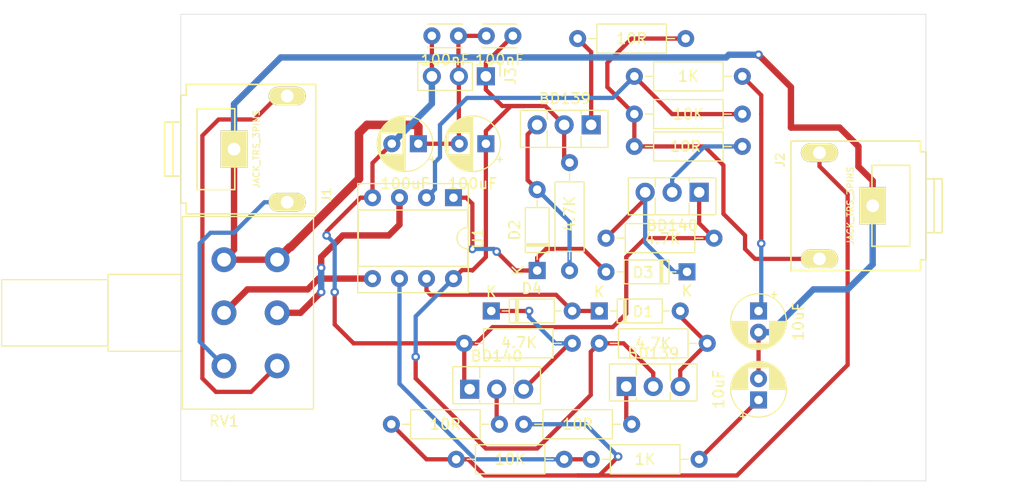
<source format=kicad_pcb>
(kicad_pcb (version 20171130) (host pcbnew 5.1.4-e60b266~84~ubuntu18.04.1)

  (general
    (thickness 1.6)
    (drawings 10)
    (tracks 219)
    (zones 0)
    (modules 35)
    (nets 24)
  )

  (page A4)
  (layers
    (0 F.Cu signal)
    (31 B.Cu signal)
    (32 B.Adhes user)
    (33 F.Adhes user)
    (34 B.Paste user)
    (35 F.Paste user)
    (36 B.SilkS user)
    (37 F.SilkS user)
    (38 B.Mask user)
    (39 F.Mask user)
    (40 Dwgs.User user)
    (41 Cmts.User user)
    (42 Eco1.User user)
    (43 Eco2.User user)
    (44 Edge.Cuts user)
    (45 Margin user)
    (46 B.CrtYd user)
    (47 F.CrtYd user)
    (48 B.Fab user)
    (49 F.Fab user)
  )

  (setup
    (last_trace_width 0.6)
    (user_trace_width 0.4)
    (user_trace_width 0.6)
    (user_trace_width 0.8)
    (trace_clearance 0.2)
    (zone_clearance 0.508)
    (zone_45_only no)
    (trace_min 0.2)
    (via_size 0.8)
    (via_drill 0.4)
    (via_min_size 0.4)
    (via_min_drill 0.3)
    (user_via 0.6 0.55)
    (user_via 0.8 0.75)
    (uvia_size 0.3)
    (uvia_drill 0.1)
    (uvias_allowed no)
    (uvia_min_size 0.2)
    (uvia_min_drill 0.1)
    (edge_width 0.05)
    (segment_width 0.2)
    (pcb_text_width 0.3)
    (pcb_text_size 1.5 1.5)
    (mod_edge_width 0.12)
    (mod_text_size 1 1)
    (mod_text_width 0.15)
    (pad_size 1.524 1.524)
    (pad_drill 0.762)
    (pad_to_mask_clearance 0.051)
    (solder_mask_min_width 0.25)
    (aux_axis_origin 0 0)
    (visible_elements FFFFFF7F)
    (pcbplotparams
      (layerselection 0x010fc_ffffffff)
      (usegerberextensions false)
      (usegerberattributes false)
      (usegerberadvancedattributes false)
      (creategerberjobfile false)
      (excludeedgelayer true)
      (linewidth 0.100000)
      (plotframeref false)
      (viasonmask false)
      (mode 1)
      (useauxorigin false)
      (hpglpennumber 1)
      (hpglpenspeed 20)
      (hpglpendiameter 15.000000)
      (psnegative false)
      (psa4output false)
      (plotreference true)
      (plotvalue true)
      (plotinvisibletext false)
      (padsonsilk false)
      (subtractmaskfromsilk false)
      (outputformat 1)
      (mirror false)
      (drillshape 1)
      (scaleselection 1)
      (outputdirectory ""))
  )

  (net 0 "")
  (net 1 GND)
  (net 2 +9V)
  (net 3 -9V)
  (net 4 "Net-(CP1-Pad1)")
  (net 5 "Net-(CP2-Pad1)")
  (net 6 "Net-(D1-Pad1)")
  (net 7 "Net-(D1-Pad2)")
  (net 8 "Net-(D2-Pad2)")
  (net 9 "Net-(D2-Pad1)")
  (net 10 "Net-(D3-Pad1)")
  (net 11 "Net-(D4-Pad1)")
  (net 12 JACK_T)
  (net 13 JACK_R)
  (net 14 JACK_OUT_R)
  (net 15 JACK_OUT_T)
  (net 16 "Net-(Q1-Pad2)")
  (net 17 "Net-(Q2-Pad1)")
  (net 18 "Net-(Q3-Pad1)")
  (net 19 "Net-(Q4-Pad2)")
  (net 20 "Net-(R1-Pad2)")
  (net 21 "Net-(R2-Pad2)")
  (net 22 "Net-(RV1-Pad2)")
  (net 23 "Net-(RV1-Pad5)")

  (net_class Default "This is the default net class."
    (clearance 0.2)
    (trace_width 0.25)
    (via_dia 0.8)
    (via_drill 0.4)
    (uvia_dia 0.3)
    (uvia_drill 0.1)
    (add_net +9V)
    (add_net -9V)
    (add_net GND)
    (add_net JACK_OUT_R)
    (add_net JACK_OUT_T)
    (add_net JACK_R)
    (add_net JACK_T)
    (add_net "Net-(CP1-Pad1)")
    (add_net "Net-(CP2-Pad1)")
    (add_net "Net-(D1-Pad1)")
    (add_net "Net-(D1-Pad2)")
    (add_net "Net-(D2-Pad1)")
    (add_net "Net-(D2-Pad2)")
    (add_net "Net-(D3-Pad1)")
    (add_net "Net-(D4-Pad1)")
    (add_net "Net-(Q1-Pad2)")
    (add_net "Net-(Q2-Pad1)")
    (add_net "Net-(Q3-Pad1)")
    (add_net "Net-(Q4-Pad2)")
    (add_net "Net-(R1-Pad2)")
    (add_net "Net-(R2-Pad2)")
    (add_net "Net-(RV1-Pad2)")
    (add_net "Net-(RV1-Pad5)")
  )

  (module MountingHole:MountingHole_3.2mm_M3_DIN965 (layer F.Cu) (tedit 56D1B4CB) (tstamp 5D78B6DF)
    (at 60.198 106.426)
    (descr "Mounting Hole 3.2mm, no annular, M3, DIN965")
    (tags "mounting hole 3.2mm no annular m3 din965")
    (attr virtual)
    (fp_text reference " " (at 0 -3.8) (layer F.SilkS)
      (effects (font (size 1 1) (thickness 0.15)))
    )
    (fp_text value MountingHole_3.2mm_M3_DIN965 (at 0 3.8) (layer F.Fab)
      (effects (font (size 1 1) (thickness 0.15)))
    )
    (fp_text user %R (at 0.3 0) (layer F.Fab)
      (effects (font (size 1 1) (thickness 0.15)))
    )
    (fp_circle (center 0 0) (end 2.8 0) (layer Cmts.User) (width 0.15))
    (fp_circle (center 0 0) (end 3.05 0) (layer F.CrtYd) (width 0.05))
    (pad 1 np_thru_hole circle (at 0 0) (size 3.2 3.2) (drill 3.2) (layers *.Cu *.Mask))
  )

  (module MountingHole:MountingHole_3.2mm_M3_DIN965 (layer F.Cu) (tedit 56D1B4CB) (tstamp 5D78B6DF)
    (at 123.698 106.426)
    (descr "Mounting Hole 3.2mm, no annular, M3, DIN965")
    (tags "mounting hole 3.2mm no annular m3 din965")
    (attr virtual)
    (fp_text reference " " (at 0 -3.8) (layer F.SilkS)
      (effects (font (size 1 1) (thickness 0.15)))
    )
    (fp_text value MountingHole_3.2mm_M3_DIN965 (at 0 3.8) (layer F.Fab)
      (effects (font (size 1 1) (thickness 0.15)))
    )
    (fp_text user %R (at 0.3 0) (layer F.Fab)
      (effects (font (size 1 1) (thickness 0.15)))
    )
    (fp_circle (center 0 0) (end 2.8 0) (layer Cmts.User) (width 0.15))
    (fp_circle (center 0 0) (end 3.05 0) (layer F.CrtYd) (width 0.05))
    (pad 1 np_thru_hole circle (at 0 0) (size 3.2 3.2) (drill 3.2) (layers *.Cu *.Mask))
  )

  (module MountingHole:MountingHole_3.2mm_M3_DIN965 (layer F.Cu) (tedit 56D1B4CB) (tstamp 5D78B6DF)
    (at 123.698 69.088)
    (descr "Mounting Hole 3.2mm, no annular, M3, DIN965")
    (tags "mounting hole 3.2mm no annular m3 din965")
    (attr virtual)
    (fp_text reference " " (at 0 -3.8) (layer F.SilkS)
      (effects (font (size 1 1) (thickness 0.15)))
    )
    (fp_text value MountingHole_3.2mm_M3_DIN965 (at 0 3.8) (layer F.Fab)
      (effects (font (size 1 1) (thickness 0.15)))
    )
    (fp_text user %R (at 0.3 0) (layer F.Fab)
      (effects (font (size 1 1) (thickness 0.15)))
    )
    (fp_circle (center 0 0) (end 2.8 0) (layer Cmts.User) (width 0.15))
    (fp_circle (center 0 0) (end 3.05 0) (layer F.CrtYd) (width 0.05))
    (pad 1 np_thru_hole circle (at 0 0) (size 3.2 3.2) (drill 3.2) (layers *.Cu *.Mask))
  )

  (module MountingHole:MountingHole_3.2mm_M3_DIN965 (layer F.Cu) (tedit 56D1B4CB) (tstamp 5D78B6AE)
    (at 60.198 69.088)
    (descr "Mounting Hole 3.2mm, no annular, M3, DIN965")
    (tags "mounting hole 3.2mm no annular m3 din965")
    (attr virtual)
    (fp_text reference " " (at 0 -3.8) (layer F.SilkS)
      (effects (font (size 1 1) (thickness 0.15)))
    )
    (fp_text value MountingHole_3.2mm_M3_DIN965 (at 0 3.8) (layer F.Fab)
      (effects (font (size 1 1) (thickness 0.15)))
    )
    (fp_circle (center 0 0) (end 3.05 0) (layer F.CrtYd) (width 0.05))
    (fp_circle (center 0 0) (end 2.8 0) (layer Cmts.User) (width 0.15))
    (fp_text user %R (at 0.3 0) (layer F.Fab)
      (effects (font (size 1 1) (thickness 0.15)))
    )
    (pad 1 np_thru_hole circle (at 0 0) (size 3.2 3.2) (drill 3.2) (layers *.Cu *.Mask))
  )

  (module Package_TO_SOT_THT:TO-126-3_Vertical (layer F.Cu) (tedit 5AC8BA0D) (tstamp 5D78D4A5)
    (at 95.504 76.2 180)
    (descr "TO-126-3, Vertical, RM 2.54mm, see https://www.diodes.com/assets/Package-Files/TO126.pdf")
    (tags "TO-126-3 Vertical RM 2.54mm")
    (path /5BF94C7D)
    (fp_text reference BD139 (at 2.4765 2.4765) (layer F.SilkS)
      (effects (font (size 1 1) (thickness 0.15)))
    )
    (fp_text value BD139 (at 2.54 2.5) (layer F.Fab)
      (effects (font (size 1 1) (thickness 0.15)))
    )
    (fp_line (start -1.46 -2) (end -1.46 1.25) (layer F.Fab) (width 0.1))
    (fp_line (start -1.46 1.25) (end 6.54 1.25) (layer F.Fab) (width 0.1))
    (fp_line (start 6.54 1.25) (end 6.54 -2) (layer F.Fab) (width 0.1))
    (fp_line (start 6.54 -2) (end -1.46 -2) (layer F.Fab) (width 0.1))
    (fp_line (start 0.94 -2) (end 0.94 1.25) (layer F.Fab) (width 0.1))
    (fp_line (start 4.14 -2) (end 4.14 1.25) (layer F.Fab) (width 0.1))
    (fp_line (start -1.58 -2.12) (end 6.66 -2.12) (layer F.SilkS) (width 0.12))
    (fp_line (start -1.58 1.37) (end 6.66 1.37) (layer F.SilkS) (width 0.12))
    (fp_line (start -1.58 -2.12) (end -1.58 1.37) (layer F.SilkS) (width 0.12))
    (fp_line (start 6.66 -2.12) (end 6.66 1.37) (layer F.SilkS) (width 0.12))
    (fp_line (start 0.94 -2.12) (end 0.94 -1.05) (layer F.SilkS) (width 0.12))
    (fp_line (start 0.94 1.05) (end 0.94 1.37) (layer F.SilkS) (width 0.12))
    (fp_line (start 4.141 -2.12) (end 4.141 -0.54) (layer F.SilkS) (width 0.12))
    (fp_line (start 4.141 0.54) (end 4.141 1.37) (layer F.SilkS) (width 0.12))
    (fp_line (start -1.71 -2.25) (end -1.71 1.5) (layer F.CrtYd) (width 0.05))
    (fp_line (start -1.71 1.5) (end 6.79 1.5) (layer F.CrtYd) (width 0.05))
    (fp_line (start 6.79 1.5) (end 6.79 -2.25) (layer F.CrtYd) (width 0.05))
    (fp_line (start 6.79 -2.25) (end -1.71 -2.25) (layer F.CrtYd) (width 0.05))
    (fp_text user %R (at 2.54 -3.12) (layer F.Fab)
      (effects (font (size 1 1) (thickness 0.15)))
    )
    (pad 1 thru_hole rect (at 0 0 180) (size 1.8 1.8) (drill 1) (layers *.Cu *.Mask)
      (net 17 "Net-(Q2-Pad1)"))
    (pad 2 thru_hole oval (at 2.54 0 180) (size 1.8 1.8) (drill 1) (layers *.Cu *.Mask)
      (net 2 +9V))
    (pad 3 thru_hole oval (at 5.08 0 180) (size 1.8 1.8) (drill 1) (layers *.Cu *.Mask)
      (net 8 "Net-(D2-Pad2)"))
    (model ${KISYS3DMOD}/Package_TO_SOT_THT.3dshapes/TO-126-3_Vertical.wrl
      (at (xyz 0 0 0))
      (scale (xyz 1 1 1))
      (rotate (xyz 0 0 0))
    )
  )

  (module Capacitor_THT:CP_Radial_D5.0mm_P2.50mm (layer F.Cu) (tedit 5AE50EF0) (tstamp 5D7876B6)
    (at 85.598 77.978 180)
    (descr "CP, Radial series, Radial, pin pitch=2.50mm, , diameter=5mm, Electrolytic Capacitor")
    (tags "CP Radial series Radial pin pitch 2.50mm  diameter 5mm Electrolytic Capacitor")
    (path /5BF9B4F0)
    (fp_text reference 100uF (at 1.25 -3.75) (layer F.SilkS)
      (effects (font (size 1 1) (thickness 0.15)))
    )
    (fp_text value 100uF (at 1.25 3.75) (layer F.Fab)
      (effects (font (size 1 1) (thickness 0.15)))
    )
    (fp_text user %R (at 1.25 0) (layer F.Fab)
      (effects (font (size 1 1) (thickness 0.15)))
    )
    (fp_line (start -1.304775 -1.725) (end -1.304775 -1.225) (layer F.SilkS) (width 0.12))
    (fp_line (start -1.554775 -1.475) (end -1.054775 -1.475) (layer F.SilkS) (width 0.12))
    (fp_line (start 3.851 -0.284) (end 3.851 0.284) (layer F.SilkS) (width 0.12))
    (fp_line (start 3.811 -0.518) (end 3.811 0.518) (layer F.SilkS) (width 0.12))
    (fp_line (start 3.771 -0.677) (end 3.771 0.677) (layer F.SilkS) (width 0.12))
    (fp_line (start 3.731 -0.805) (end 3.731 0.805) (layer F.SilkS) (width 0.12))
    (fp_line (start 3.691 -0.915) (end 3.691 0.915) (layer F.SilkS) (width 0.12))
    (fp_line (start 3.651 -1.011) (end 3.651 1.011) (layer F.SilkS) (width 0.12))
    (fp_line (start 3.611 -1.098) (end 3.611 1.098) (layer F.SilkS) (width 0.12))
    (fp_line (start 3.571 -1.178) (end 3.571 1.178) (layer F.SilkS) (width 0.12))
    (fp_line (start 3.531 1.04) (end 3.531 1.251) (layer F.SilkS) (width 0.12))
    (fp_line (start 3.531 -1.251) (end 3.531 -1.04) (layer F.SilkS) (width 0.12))
    (fp_line (start 3.491 1.04) (end 3.491 1.319) (layer F.SilkS) (width 0.12))
    (fp_line (start 3.491 -1.319) (end 3.491 -1.04) (layer F.SilkS) (width 0.12))
    (fp_line (start 3.451 1.04) (end 3.451 1.383) (layer F.SilkS) (width 0.12))
    (fp_line (start 3.451 -1.383) (end 3.451 -1.04) (layer F.SilkS) (width 0.12))
    (fp_line (start 3.411 1.04) (end 3.411 1.443) (layer F.SilkS) (width 0.12))
    (fp_line (start 3.411 -1.443) (end 3.411 -1.04) (layer F.SilkS) (width 0.12))
    (fp_line (start 3.371 1.04) (end 3.371 1.5) (layer F.SilkS) (width 0.12))
    (fp_line (start 3.371 -1.5) (end 3.371 -1.04) (layer F.SilkS) (width 0.12))
    (fp_line (start 3.331 1.04) (end 3.331 1.554) (layer F.SilkS) (width 0.12))
    (fp_line (start 3.331 -1.554) (end 3.331 -1.04) (layer F.SilkS) (width 0.12))
    (fp_line (start 3.291 1.04) (end 3.291 1.605) (layer F.SilkS) (width 0.12))
    (fp_line (start 3.291 -1.605) (end 3.291 -1.04) (layer F.SilkS) (width 0.12))
    (fp_line (start 3.251 1.04) (end 3.251 1.653) (layer F.SilkS) (width 0.12))
    (fp_line (start 3.251 -1.653) (end 3.251 -1.04) (layer F.SilkS) (width 0.12))
    (fp_line (start 3.211 1.04) (end 3.211 1.699) (layer F.SilkS) (width 0.12))
    (fp_line (start 3.211 -1.699) (end 3.211 -1.04) (layer F.SilkS) (width 0.12))
    (fp_line (start 3.171 1.04) (end 3.171 1.743) (layer F.SilkS) (width 0.12))
    (fp_line (start 3.171 -1.743) (end 3.171 -1.04) (layer F.SilkS) (width 0.12))
    (fp_line (start 3.131 1.04) (end 3.131 1.785) (layer F.SilkS) (width 0.12))
    (fp_line (start 3.131 -1.785) (end 3.131 -1.04) (layer F.SilkS) (width 0.12))
    (fp_line (start 3.091 1.04) (end 3.091 1.826) (layer F.SilkS) (width 0.12))
    (fp_line (start 3.091 -1.826) (end 3.091 -1.04) (layer F.SilkS) (width 0.12))
    (fp_line (start 3.051 1.04) (end 3.051 1.864) (layer F.SilkS) (width 0.12))
    (fp_line (start 3.051 -1.864) (end 3.051 -1.04) (layer F.SilkS) (width 0.12))
    (fp_line (start 3.011 1.04) (end 3.011 1.901) (layer F.SilkS) (width 0.12))
    (fp_line (start 3.011 -1.901) (end 3.011 -1.04) (layer F.SilkS) (width 0.12))
    (fp_line (start 2.971 1.04) (end 2.971 1.937) (layer F.SilkS) (width 0.12))
    (fp_line (start 2.971 -1.937) (end 2.971 -1.04) (layer F.SilkS) (width 0.12))
    (fp_line (start 2.931 1.04) (end 2.931 1.971) (layer F.SilkS) (width 0.12))
    (fp_line (start 2.931 -1.971) (end 2.931 -1.04) (layer F.SilkS) (width 0.12))
    (fp_line (start 2.891 1.04) (end 2.891 2.004) (layer F.SilkS) (width 0.12))
    (fp_line (start 2.891 -2.004) (end 2.891 -1.04) (layer F.SilkS) (width 0.12))
    (fp_line (start 2.851 1.04) (end 2.851 2.035) (layer F.SilkS) (width 0.12))
    (fp_line (start 2.851 -2.035) (end 2.851 -1.04) (layer F.SilkS) (width 0.12))
    (fp_line (start 2.811 1.04) (end 2.811 2.065) (layer F.SilkS) (width 0.12))
    (fp_line (start 2.811 -2.065) (end 2.811 -1.04) (layer F.SilkS) (width 0.12))
    (fp_line (start 2.771 1.04) (end 2.771 2.095) (layer F.SilkS) (width 0.12))
    (fp_line (start 2.771 -2.095) (end 2.771 -1.04) (layer F.SilkS) (width 0.12))
    (fp_line (start 2.731 1.04) (end 2.731 2.122) (layer F.SilkS) (width 0.12))
    (fp_line (start 2.731 -2.122) (end 2.731 -1.04) (layer F.SilkS) (width 0.12))
    (fp_line (start 2.691 1.04) (end 2.691 2.149) (layer F.SilkS) (width 0.12))
    (fp_line (start 2.691 -2.149) (end 2.691 -1.04) (layer F.SilkS) (width 0.12))
    (fp_line (start 2.651 1.04) (end 2.651 2.175) (layer F.SilkS) (width 0.12))
    (fp_line (start 2.651 -2.175) (end 2.651 -1.04) (layer F.SilkS) (width 0.12))
    (fp_line (start 2.611 1.04) (end 2.611 2.2) (layer F.SilkS) (width 0.12))
    (fp_line (start 2.611 -2.2) (end 2.611 -1.04) (layer F.SilkS) (width 0.12))
    (fp_line (start 2.571 1.04) (end 2.571 2.224) (layer F.SilkS) (width 0.12))
    (fp_line (start 2.571 -2.224) (end 2.571 -1.04) (layer F.SilkS) (width 0.12))
    (fp_line (start 2.531 1.04) (end 2.531 2.247) (layer F.SilkS) (width 0.12))
    (fp_line (start 2.531 -2.247) (end 2.531 -1.04) (layer F.SilkS) (width 0.12))
    (fp_line (start 2.491 1.04) (end 2.491 2.268) (layer F.SilkS) (width 0.12))
    (fp_line (start 2.491 -2.268) (end 2.491 -1.04) (layer F.SilkS) (width 0.12))
    (fp_line (start 2.451 1.04) (end 2.451 2.29) (layer F.SilkS) (width 0.12))
    (fp_line (start 2.451 -2.29) (end 2.451 -1.04) (layer F.SilkS) (width 0.12))
    (fp_line (start 2.411 1.04) (end 2.411 2.31) (layer F.SilkS) (width 0.12))
    (fp_line (start 2.411 -2.31) (end 2.411 -1.04) (layer F.SilkS) (width 0.12))
    (fp_line (start 2.371 1.04) (end 2.371 2.329) (layer F.SilkS) (width 0.12))
    (fp_line (start 2.371 -2.329) (end 2.371 -1.04) (layer F.SilkS) (width 0.12))
    (fp_line (start 2.331 1.04) (end 2.331 2.348) (layer F.SilkS) (width 0.12))
    (fp_line (start 2.331 -2.348) (end 2.331 -1.04) (layer F.SilkS) (width 0.12))
    (fp_line (start 2.291 1.04) (end 2.291 2.365) (layer F.SilkS) (width 0.12))
    (fp_line (start 2.291 -2.365) (end 2.291 -1.04) (layer F.SilkS) (width 0.12))
    (fp_line (start 2.251 1.04) (end 2.251 2.382) (layer F.SilkS) (width 0.12))
    (fp_line (start 2.251 -2.382) (end 2.251 -1.04) (layer F.SilkS) (width 0.12))
    (fp_line (start 2.211 1.04) (end 2.211 2.398) (layer F.SilkS) (width 0.12))
    (fp_line (start 2.211 -2.398) (end 2.211 -1.04) (layer F.SilkS) (width 0.12))
    (fp_line (start 2.171 1.04) (end 2.171 2.414) (layer F.SilkS) (width 0.12))
    (fp_line (start 2.171 -2.414) (end 2.171 -1.04) (layer F.SilkS) (width 0.12))
    (fp_line (start 2.131 1.04) (end 2.131 2.428) (layer F.SilkS) (width 0.12))
    (fp_line (start 2.131 -2.428) (end 2.131 -1.04) (layer F.SilkS) (width 0.12))
    (fp_line (start 2.091 1.04) (end 2.091 2.442) (layer F.SilkS) (width 0.12))
    (fp_line (start 2.091 -2.442) (end 2.091 -1.04) (layer F.SilkS) (width 0.12))
    (fp_line (start 2.051 1.04) (end 2.051 2.455) (layer F.SilkS) (width 0.12))
    (fp_line (start 2.051 -2.455) (end 2.051 -1.04) (layer F.SilkS) (width 0.12))
    (fp_line (start 2.011 1.04) (end 2.011 2.468) (layer F.SilkS) (width 0.12))
    (fp_line (start 2.011 -2.468) (end 2.011 -1.04) (layer F.SilkS) (width 0.12))
    (fp_line (start 1.971 1.04) (end 1.971 2.48) (layer F.SilkS) (width 0.12))
    (fp_line (start 1.971 -2.48) (end 1.971 -1.04) (layer F.SilkS) (width 0.12))
    (fp_line (start 1.93 1.04) (end 1.93 2.491) (layer F.SilkS) (width 0.12))
    (fp_line (start 1.93 -2.491) (end 1.93 -1.04) (layer F.SilkS) (width 0.12))
    (fp_line (start 1.89 1.04) (end 1.89 2.501) (layer F.SilkS) (width 0.12))
    (fp_line (start 1.89 -2.501) (end 1.89 -1.04) (layer F.SilkS) (width 0.12))
    (fp_line (start 1.85 1.04) (end 1.85 2.511) (layer F.SilkS) (width 0.12))
    (fp_line (start 1.85 -2.511) (end 1.85 -1.04) (layer F.SilkS) (width 0.12))
    (fp_line (start 1.81 1.04) (end 1.81 2.52) (layer F.SilkS) (width 0.12))
    (fp_line (start 1.81 -2.52) (end 1.81 -1.04) (layer F.SilkS) (width 0.12))
    (fp_line (start 1.77 1.04) (end 1.77 2.528) (layer F.SilkS) (width 0.12))
    (fp_line (start 1.77 -2.528) (end 1.77 -1.04) (layer F.SilkS) (width 0.12))
    (fp_line (start 1.73 1.04) (end 1.73 2.536) (layer F.SilkS) (width 0.12))
    (fp_line (start 1.73 -2.536) (end 1.73 -1.04) (layer F.SilkS) (width 0.12))
    (fp_line (start 1.69 1.04) (end 1.69 2.543) (layer F.SilkS) (width 0.12))
    (fp_line (start 1.69 -2.543) (end 1.69 -1.04) (layer F.SilkS) (width 0.12))
    (fp_line (start 1.65 1.04) (end 1.65 2.55) (layer F.SilkS) (width 0.12))
    (fp_line (start 1.65 -2.55) (end 1.65 -1.04) (layer F.SilkS) (width 0.12))
    (fp_line (start 1.61 1.04) (end 1.61 2.556) (layer F.SilkS) (width 0.12))
    (fp_line (start 1.61 -2.556) (end 1.61 -1.04) (layer F.SilkS) (width 0.12))
    (fp_line (start 1.57 1.04) (end 1.57 2.561) (layer F.SilkS) (width 0.12))
    (fp_line (start 1.57 -2.561) (end 1.57 -1.04) (layer F.SilkS) (width 0.12))
    (fp_line (start 1.53 1.04) (end 1.53 2.565) (layer F.SilkS) (width 0.12))
    (fp_line (start 1.53 -2.565) (end 1.53 -1.04) (layer F.SilkS) (width 0.12))
    (fp_line (start 1.49 1.04) (end 1.49 2.569) (layer F.SilkS) (width 0.12))
    (fp_line (start 1.49 -2.569) (end 1.49 -1.04) (layer F.SilkS) (width 0.12))
    (fp_line (start 1.45 -2.573) (end 1.45 2.573) (layer F.SilkS) (width 0.12))
    (fp_line (start 1.41 -2.576) (end 1.41 2.576) (layer F.SilkS) (width 0.12))
    (fp_line (start 1.37 -2.578) (end 1.37 2.578) (layer F.SilkS) (width 0.12))
    (fp_line (start 1.33 -2.579) (end 1.33 2.579) (layer F.SilkS) (width 0.12))
    (fp_line (start 1.29 -2.58) (end 1.29 2.58) (layer F.SilkS) (width 0.12))
    (fp_line (start 1.25 -2.58) (end 1.25 2.58) (layer F.SilkS) (width 0.12))
    (fp_line (start -0.633605 -1.3375) (end -0.633605 -0.8375) (layer F.Fab) (width 0.1))
    (fp_line (start -0.883605 -1.0875) (end -0.383605 -1.0875) (layer F.Fab) (width 0.1))
    (fp_circle (center 1.25 0) (end 4 0) (layer F.CrtYd) (width 0.05))
    (fp_circle (center 1.25 0) (end 3.87 0) (layer F.SilkS) (width 0.12))
    (fp_circle (center 1.25 0) (end 3.75 0) (layer F.Fab) (width 0.1))
    (pad 2 thru_hole circle (at 2.5 0 180) (size 1.6 1.6) (drill 0.8) (layers *.Cu *.Mask)
      (net 1 GND))
    (pad 1 thru_hole rect (at 0 0 180) (size 1.6 1.6) (drill 0.8) (layers *.Cu *.Mask)
      (net 2 +9V))
    (model ${KISYS3DMOD}/Capacitor_THT.3dshapes/CP_Radial_D5.0mm_P2.50mm.wrl
      (at (xyz 0 0 0))
      (scale (xyz 1 1 1))
      (rotate (xyz 0 0 0))
    )
  )

  (module Capacitor_THT:CP_Radial_D5.0mm_P2.50mm (layer F.Cu) (tedit 5AE50EF0) (tstamp 5D78773A)
    (at 79.248 77.978 180)
    (descr "CP, Radial series, Radial, pin pitch=2.50mm, , diameter=5mm, Electrolytic Capacitor")
    (tags "CP Radial series Radial pin pitch 2.50mm  diameter 5mm Electrolytic Capacitor")
    (path /5BF9B564)
    (fp_text reference 100uF (at 1.25 -3.75) (layer F.SilkS)
      (effects (font (size 1 1) (thickness 0.15)))
    )
    (fp_text value 100uF (at 1.25 3.75) (layer F.Fab)
      (effects (font (size 1 1) (thickness 0.15)))
    )
    (fp_circle (center 1.25 0) (end 3.75 0) (layer F.Fab) (width 0.1))
    (fp_circle (center 1.25 0) (end 3.87 0) (layer F.SilkS) (width 0.12))
    (fp_circle (center 1.25 0) (end 4 0) (layer F.CrtYd) (width 0.05))
    (fp_line (start -0.883605 -1.0875) (end -0.383605 -1.0875) (layer F.Fab) (width 0.1))
    (fp_line (start -0.633605 -1.3375) (end -0.633605 -0.8375) (layer F.Fab) (width 0.1))
    (fp_line (start 1.25 -2.58) (end 1.25 2.58) (layer F.SilkS) (width 0.12))
    (fp_line (start 1.29 -2.58) (end 1.29 2.58) (layer F.SilkS) (width 0.12))
    (fp_line (start 1.33 -2.579) (end 1.33 2.579) (layer F.SilkS) (width 0.12))
    (fp_line (start 1.37 -2.578) (end 1.37 2.578) (layer F.SilkS) (width 0.12))
    (fp_line (start 1.41 -2.576) (end 1.41 2.576) (layer F.SilkS) (width 0.12))
    (fp_line (start 1.45 -2.573) (end 1.45 2.573) (layer F.SilkS) (width 0.12))
    (fp_line (start 1.49 -2.569) (end 1.49 -1.04) (layer F.SilkS) (width 0.12))
    (fp_line (start 1.49 1.04) (end 1.49 2.569) (layer F.SilkS) (width 0.12))
    (fp_line (start 1.53 -2.565) (end 1.53 -1.04) (layer F.SilkS) (width 0.12))
    (fp_line (start 1.53 1.04) (end 1.53 2.565) (layer F.SilkS) (width 0.12))
    (fp_line (start 1.57 -2.561) (end 1.57 -1.04) (layer F.SilkS) (width 0.12))
    (fp_line (start 1.57 1.04) (end 1.57 2.561) (layer F.SilkS) (width 0.12))
    (fp_line (start 1.61 -2.556) (end 1.61 -1.04) (layer F.SilkS) (width 0.12))
    (fp_line (start 1.61 1.04) (end 1.61 2.556) (layer F.SilkS) (width 0.12))
    (fp_line (start 1.65 -2.55) (end 1.65 -1.04) (layer F.SilkS) (width 0.12))
    (fp_line (start 1.65 1.04) (end 1.65 2.55) (layer F.SilkS) (width 0.12))
    (fp_line (start 1.69 -2.543) (end 1.69 -1.04) (layer F.SilkS) (width 0.12))
    (fp_line (start 1.69 1.04) (end 1.69 2.543) (layer F.SilkS) (width 0.12))
    (fp_line (start 1.73 -2.536) (end 1.73 -1.04) (layer F.SilkS) (width 0.12))
    (fp_line (start 1.73 1.04) (end 1.73 2.536) (layer F.SilkS) (width 0.12))
    (fp_line (start 1.77 -2.528) (end 1.77 -1.04) (layer F.SilkS) (width 0.12))
    (fp_line (start 1.77 1.04) (end 1.77 2.528) (layer F.SilkS) (width 0.12))
    (fp_line (start 1.81 -2.52) (end 1.81 -1.04) (layer F.SilkS) (width 0.12))
    (fp_line (start 1.81 1.04) (end 1.81 2.52) (layer F.SilkS) (width 0.12))
    (fp_line (start 1.85 -2.511) (end 1.85 -1.04) (layer F.SilkS) (width 0.12))
    (fp_line (start 1.85 1.04) (end 1.85 2.511) (layer F.SilkS) (width 0.12))
    (fp_line (start 1.89 -2.501) (end 1.89 -1.04) (layer F.SilkS) (width 0.12))
    (fp_line (start 1.89 1.04) (end 1.89 2.501) (layer F.SilkS) (width 0.12))
    (fp_line (start 1.93 -2.491) (end 1.93 -1.04) (layer F.SilkS) (width 0.12))
    (fp_line (start 1.93 1.04) (end 1.93 2.491) (layer F.SilkS) (width 0.12))
    (fp_line (start 1.971 -2.48) (end 1.971 -1.04) (layer F.SilkS) (width 0.12))
    (fp_line (start 1.971 1.04) (end 1.971 2.48) (layer F.SilkS) (width 0.12))
    (fp_line (start 2.011 -2.468) (end 2.011 -1.04) (layer F.SilkS) (width 0.12))
    (fp_line (start 2.011 1.04) (end 2.011 2.468) (layer F.SilkS) (width 0.12))
    (fp_line (start 2.051 -2.455) (end 2.051 -1.04) (layer F.SilkS) (width 0.12))
    (fp_line (start 2.051 1.04) (end 2.051 2.455) (layer F.SilkS) (width 0.12))
    (fp_line (start 2.091 -2.442) (end 2.091 -1.04) (layer F.SilkS) (width 0.12))
    (fp_line (start 2.091 1.04) (end 2.091 2.442) (layer F.SilkS) (width 0.12))
    (fp_line (start 2.131 -2.428) (end 2.131 -1.04) (layer F.SilkS) (width 0.12))
    (fp_line (start 2.131 1.04) (end 2.131 2.428) (layer F.SilkS) (width 0.12))
    (fp_line (start 2.171 -2.414) (end 2.171 -1.04) (layer F.SilkS) (width 0.12))
    (fp_line (start 2.171 1.04) (end 2.171 2.414) (layer F.SilkS) (width 0.12))
    (fp_line (start 2.211 -2.398) (end 2.211 -1.04) (layer F.SilkS) (width 0.12))
    (fp_line (start 2.211 1.04) (end 2.211 2.398) (layer F.SilkS) (width 0.12))
    (fp_line (start 2.251 -2.382) (end 2.251 -1.04) (layer F.SilkS) (width 0.12))
    (fp_line (start 2.251 1.04) (end 2.251 2.382) (layer F.SilkS) (width 0.12))
    (fp_line (start 2.291 -2.365) (end 2.291 -1.04) (layer F.SilkS) (width 0.12))
    (fp_line (start 2.291 1.04) (end 2.291 2.365) (layer F.SilkS) (width 0.12))
    (fp_line (start 2.331 -2.348) (end 2.331 -1.04) (layer F.SilkS) (width 0.12))
    (fp_line (start 2.331 1.04) (end 2.331 2.348) (layer F.SilkS) (width 0.12))
    (fp_line (start 2.371 -2.329) (end 2.371 -1.04) (layer F.SilkS) (width 0.12))
    (fp_line (start 2.371 1.04) (end 2.371 2.329) (layer F.SilkS) (width 0.12))
    (fp_line (start 2.411 -2.31) (end 2.411 -1.04) (layer F.SilkS) (width 0.12))
    (fp_line (start 2.411 1.04) (end 2.411 2.31) (layer F.SilkS) (width 0.12))
    (fp_line (start 2.451 -2.29) (end 2.451 -1.04) (layer F.SilkS) (width 0.12))
    (fp_line (start 2.451 1.04) (end 2.451 2.29) (layer F.SilkS) (width 0.12))
    (fp_line (start 2.491 -2.268) (end 2.491 -1.04) (layer F.SilkS) (width 0.12))
    (fp_line (start 2.491 1.04) (end 2.491 2.268) (layer F.SilkS) (width 0.12))
    (fp_line (start 2.531 -2.247) (end 2.531 -1.04) (layer F.SilkS) (width 0.12))
    (fp_line (start 2.531 1.04) (end 2.531 2.247) (layer F.SilkS) (width 0.12))
    (fp_line (start 2.571 -2.224) (end 2.571 -1.04) (layer F.SilkS) (width 0.12))
    (fp_line (start 2.571 1.04) (end 2.571 2.224) (layer F.SilkS) (width 0.12))
    (fp_line (start 2.611 -2.2) (end 2.611 -1.04) (layer F.SilkS) (width 0.12))
    (fp_line (start 2.611 1.04) (end 2.611 2.2) (layer F.SilkS) (width 0.12))
    (fp_line (start 2.651 -2.175) (end 2.651 -1.04) (layer F.SilkS) (width 0.12))
    (fp_line (start 2.651 1.04) (end 2.651 2.175) (layer F.SilkS) (width 0.12))
    (fp_line (start 2.691 -2.149) (end 2.691 -1.04) (layer F.SilkS) (width 0.12))
    (fp_line (start 2.691 1.04) (end 2.691 2.149) (layer F.SilkS) (width 0.12))
    (fp_line (start 2.731 -2.122) (end 2.731 -1.04) (layer F.SilkS) (width 0.12))
    (fp_line (start 2.731 1.04) (end 2.731 2.122) (layer F.SilkS) (width 0.12))
    (fp_line (start 2.771 -2.095) (end 2.771 -1.04) (layer F.SilkS) (width 0.12))
    (fp_line (start 2.771 1.04) (end 2.771 2.095) (layer F.SilkS) (width 0.12))
    (fp_line (start 2.811 -2.065) (end 2.811 -1.04) (layer F.SilkS) (width 0.12))
    (fp_line (start 2.811 1.04) (end 2.811 2.065) (layer F.SilkS) (width 0.12))
    (fp_line (start 2.851 -2.035) (end 2.851 -1.04) (layer F.SilkS) (width 0.12))
    (fp_line (start 2.851 1.04) (end 2.851 2.035) (layer F.SilkS) (width 0.12))
    (fp_line (start 2.891 -2.004) (end 2.891 -1.04) (layer F.SilkS) (width 0.12))
    (fp_line (start 2.891 1.04) (end 2.891 2.004) (layer F.SilkS) (width 0.12))
    (fp_line (start 2.931 -1.971) (end 2.931 -1.04) (layer F.SilkS) (width 0.12))
    (fp_line (start 2.931 1.04) (end 2.931 1.971) (layer F.SilkS) (width 0.12))
    (fp_line (start 2.971 -1.937) (end 2.971 -1.04) (layer F.SilkS) (width 0.12))
    (fp_line (start 2.971 1.04) (end 2.971 1.937) (layer F.SilkS) (width 0.12))
    (fp_line (start 3.011 -1.901) (end 3.011 -1.04) (layer F.SilkS) (width 0.12))
    (fp_line (start 3.011 1.04) (end 3.011 1.901) (layer F.SilkS) (width 0.12))
    (fp_line (start 3.051 -1.864) (end 3.051 -1.04) (layer F.SilkS) (width 0.12))
    (fp_line (start 3.051 1.04) (end 3.051 1.864) (layer F.SilkS) (width 0.12))
    (fp_line (start 3.091 -1.826) (end 3.091 -1.04) (layer F.SilkS) (width 0.12))
    (fp_line (start 3.091 1.04) (end 3.091 1.826) (layer F.SilkS) (width 0.12))
    (fp_line (start 3.131 -1.785) (end 3.131 -1.04) (layer F.SilkS) (width 0.12))
    (fp_line (start 3.131 1.04) (end 3.131 1.785) (layer F.SilkS) (width 0.12))
    (fp_line (start 3.171 -1.743) (end 3.171 -1.04) (layer F.SilkS) (width 0.12))
    (fp_line (start 3.171 1.04) (end 3.171 1.743) (layer F.SilkS) (width 0.12))
    (fp_line (start 3.211 -1.699) (end 3.211 -1.04) (layer F.SilkS) (width 0.12))
    (fp_line (start 3.211 1.04) (end 3.211 1.699) (layer F.SilkS) (width 0.12))
    (fp_line (start 3.251 -1.653) (end 3.251 -1.04) (layer F.SilkS) (width 0.12))
    (fp_line (start 3.251 1.04) (end 3.251 1.653) (layer F.SilkS) (width 0.12))
    (fp_line (start 3.291 -1.605) (end 3.291 -1.04) (layer F.SilkS) (width 0.12))
    (fp_line (start 3.291 1.04) (end 3.291 1.605) (layer F.SilkS) (width 0.12))
    (fp_line (start 3.331 -1.554) (end 3.331 -1.04) (layer F.SilkS) (width 0.12))
    (fp_line (start 3.331 1.04) (end 3.331 1.554) (layer F.SilkS) (width 0.12))
    (fp_line (start 3.371 -1.5) (end 3.371 -1.04) (layer F.SilkS) (width 0.12))
    (fp_line (start 3.371 1.04) (end 3.371 1.5) (layer F.SilkS) (width 0.12))
    (fp_line (start 3.411 -1.443) (end 3.411 -1.04) (layer F.SilkS) (width 0.12))
    (fp_line (start 3.411 1.04) (end 3.411 1.443) (layer F.SilkS) (width 0.12))
    (fp_line (start 3.451 -1.383) (end 3.451 -1.04) (layer F.SilkS) (width 0.12))
    (fp_line (start 3.451 1.04) (end 3.451 1.383) (layer F.SilkS) (width 0.12))
    (fp_line (start 3.491 -1.319) (end 3.491 -1.04) (layer F.SilkS) (width 0.12))
    (fp_line (start 3.491 1.04) (end 3.491 1.319) (layer F.SilkS) (width 0.12))
    (fp_line (start 3.531 -1.251) (end 3.531 -1.04) (layer F.SilkS) (width 0.12))
    (fp_line (start 3.531 1.04) (end 3.531 1.251) (layer F.SilkS) (width 0.12))
    (fp_line (start 3.571 -1.178) (end 3.571 1.178) (layer F.SilkS) (width 0.12))
    (fp_line (start 3.611 -1.098) (end 3.611 1.098) (layer F.SilkS) (width 0.12))
    (fp_line (start 3.651 -1.011) (end 3.651 1.011) (layer F.SilkS) (width 0.12))
    (fp_line (start 3.691 -0.915) (end 3.691 0.915) (layer F.SilkS) (width 0.12))
    (fp_line (start 3.731 -0.805) (end 3.731 0.805) (layer F.SilkS) (width 0.12))
    (fp_line (start 3.771 -0.677) (end 3.771 0.677) (layer F.SilkS) (width 0.12))
    (fp_line (start 3.811 -0.518) (end 3.811 0.518) (layer F.SilkS) (width 0.12))
    (fp_line (start 3.851 -0.284) (end 3.851 0.284) (layer F.SilkS) (width 0.12))
    (fp_line (start -1.554775 -1.475) (end -1.054775 -1.475) (layer F.SilkS) (width 0.12))
    (fp_line (start -1.304775 -1.725) (end -1.304775 -1.225) (layer F.SilkS) (width 0.12))
    (fp_text user %R (at 1.25 0) (layer F.Fab)
      (effects (font (size 1 1) (thickness 0.15)))
    )
    (pad 1 thru_hole rect (at 0 0 180) (size 1.6 1.6) (drill 0.8) (layers *.Cu *.Mask)
      (net 1 GND))
    (pad 2 thru_hole circle (at 2.5 0 180) (size 1.6 1.6) (drill 0.8) (layers *.Cu *.Mask)
      (net 3 -9V))
    (model ${KISYS3DMOD}/Capacitor_THT.3dshapes/CP_Radial_D5.0mm_P2.50mm.wrl
      (at (xyz 0 0 0))
      (scale (xyz 1 1 1))
      (rotate (xyz 0 0 0))
    )
  )

  (module Capacitor_THT:C_Disc_D3.0mm_W2.0mm_P2.50mm (layer F.Cu) (tedit 5AE50EF0) (tstamp 5D78774F)
    (at 88.138 67.818 180)
    (descr "C, Disc series, Radial, pin pitch=2.50mm, , diameter*width=3*2mm^2, Capacitor")
    (tags "C Disc series Radial pin pitch 2.50mm  diameter 3mm width 2mm Capacitor")
    (path /5BF9B004)
    (fp_text reference 100nF (at 1.25 -2.25) (layer F.SilkS)
      (effects (font (size 1 1) (thickness 0.15)))
    )
    (fp_text value 100nF (at 1.25 2.25) (layer F.Fab)
      (effects (font (size 1 1) (thickness 0.15)))
    )
    (fp_text user %R (at 1.25 0) (layer F.Fab)
      (effects (font (size 0.6 0.6) (thickness 0.09)))
    )
    (fp_line (start 3.55 -1.25) (end -1.05 -1.25) (layer F.CrtYd) (width 0.05))
    (fp_line (start 3.55 1.25) (end 3.55 -1.25) (layer F.CrtYd) (width 0.05))
    (fp_line (start -1.05 1.25) (end 3.55 1.25) (layer F.CrtYd) (width 0.05))
    (fp_line (start -1.05 -1.25) (end -1.05 1.25) (layer F.CrtYd) (width 0.05))
    (fp_line (start 2.87 1.055) (end 2.87 1.12) (layer F.SilkS) (width 0.12))
    (fp_line (start 2.87 -1.12) (end 2.87 -1.055) (layer F.SilkS) (width 0.12))
    (fp_line (start -0.37 1.055) (end -0.37 1.12) (layer F.SilkS) (width 0.12))
    (fp_line (start -0.37 -1.12) (end -0.37 -1.055) (layer F.SilkS) (width 0.12))
    (fp_line (start -0.37 1.12) (end 2.87 1.12) (layer F.SilkS) (width 0.12))
    (fp_line (start -0.37 -1.12) (end 2.87 -1.12) (layer F.SilkS) (width 0.12))
    (fp_line (start 2.75 -1) (end -0.25 -1) (layer F.Fab) (width 0.1))
    (fp_line (start 2.75 1) (end 2.75 -1) (layer F.Fab) (width 0.1))
    (fp_line (start -0.25 1) (end 2.75 1) (layer F.Fab) (width 0.1))
    (fp_line (start -0.25 -1) (end -0.25 1) (layer F.Fab) (width 0.1))
    (pad 2 thru_hole circle (at 2.5 0 180) (size 1.6 1.6) (drill 0.8) (layers *.Cu *.Mask)
      (net 1 GND))
    (pad 1 thru_hole circle (at 0 0 180) (size 1.6 1.6) (drill 0.8) (layers *.Cu *.Mask)
      (net 2 +9V))
    (model ${KISYS3DMOD}/Capacitor_THT.3dshapes/C_Disc_D3.0mm_W2.0mm_P2.50mm.wrl
      (at (xyz 0 0 0))
      (scale (xyz 1 1 1))
      (rotate (xyz 0 0 0))
    )
  )

  (module Capacitor_THT:C_Disc_D3.0mm_W2.0mm_P2.50mm (layer F.Cu) (tedit 5AE50EF0) (tstamp 5D787764)
    (at 83.018 67.818 180)
    (descr "C, Disc series, Radial, pin pitch=2.50mm, , diameter*width=3*2mm^2, Capacitor")
    (tags "C Disc series Radial pin pitch 2.50mm  diameter 3mm width 2mm Capacitor")
    (path /5BF9B03C)
    (fp_text reference 100nF (at 1.25 -2.25) (layer F.SilkS)
      (effects (font (size 1 1) (thickness 0.15)))
    )
    (fp_text value 100nF (at 1.25 2.25) (layer F.Fab)
      (effects (font (size 1 1) (thickness 0.15)))
    )
    (fp_line (start -0.25 -1) (end -0.25 1) (layer F.Fab) (width 0.1))
    (fp_line (start -0.25 1) (end 2.75 1) (layer F.Fab) (width 0.1))
    (fp_line (start 2.75 1) (end 2.75 -1) (layer F.Fab) (width 0.1))
    (fp_line (start 2.75 -1) (end -0.25 -1) (layer F.Fab) (width 0.1))
    (fp_line (start -0.37 -1.12) (end 2.87 -1.12) (layer F.SilkS) (width 0.12))
    (fp_line (start -0.37 1.12) (end 2.87 1.12) (layer F.SilkS) (width 0.12))
    (fp_line (start -0.37 -1.12) (end -0.37 -1.055) (layer F.SilkS) (width 0.12))
    (fp_line (start -0.37 1.055) (end -0.37 1.12) (layer F.SilkS) (width 0.12))
    (fp_line (start 2.87 -1.12) (end 2.87 -1.055) (layer F.SilkS) (width 0.12))
    (fp_line (start 2.87 1.055) (end 2.87 1.12) (layer F.SilkS) (width 0.12))
    (fp_line (start -1.05 -1.25) (end -1.05 1.25) (layer F.CrtYd) (width 0.05))
    (fp_line (start -1.05 1.25) (end 3.55 1.25) (layer F.CrtYd) (width 0.05))
    (fp_line (start 3.55 1.25) (end 3.55 -1.25) (layer F.CrtYd) (width 0.05))
    (fp_line (start 3.55 -1.25) (end -1.05 -1.25) (layer F.CrtYd) (width 0.05))
    (fp_text user %R (at 1.25 0) (layer F.Fab)
      (effects (font (size 0.6 0.6) (thickness 0.09)))
    )
    (pad 1 thru_hole circle (at 0 0 180) (size 1.6 1.6) (drill 0.8) (layers *.Cu *.Mask)
      (net 1 GND))
    (pad 2 thru_hole circle (at 2.5 0 180) (size 1.6 1.6) (drill 0.8) (layers *.Cu *.Mask)
      (net 3 -9V))
    (model ${KISYS3DMOD}/Capacitor_THT.3dshapes/C_Disc_D3.0mm_W2.0mm_P2.50mm.wrl
      (at (xyz 0 0 0))
      (scale (xyz 1 1 1))
      (rotate (xyz 0 0 0))
    )
  )

  (module Capacitor_THT:CP_Radial_D5.0mm_P2.00mm (layer F.Cu) (tedit 5AE50EF0) (tstamp 5D78AA93)
    (at 111.252 93.726 270)
    (descr "CP, Radial series, Radial, pin pitch=2.00mm, , diameter=5mm, Electrolytic Capacitor")
    (tags "CP Radial series Radial pin pitch 2.00mm  diameter 5mm Electrolytic Capacitor")
    (path /5BF9FA00)
    (fp_text reference 10uF (at 1 -3.75 90) (layer F.SilkS)
      (effects (font (size 1 1) (thickness 0.15)))
    )
    (fp_text value 10u (at 1 3.75 90) (layer F.Fab)
      (effects (font (size 1 1) (thickness 0.15)))
    )
    (fp_text user %R (at 1 0 90) (layer F.Fab)
      (effects (font (size 1 1) (thickness 0.15)))
    )
    (fp_line (start -1.554775 -1.725) (end -1.554775 -1.225) (layer F.SilkS) (width 0.12))
    (fp_line (start -1.804775 -1.475) (end -1.304775 -1.475) (layer F.SilkS) (width 0.12))
    (fp_line (start 3.601 -0.284) (end 3.601 0.284) (layer F.SilkS) (width 0.12))
    (fp_line (start 3.561 -0.518) (end 3.561 0.518) (layer F.SilkS) (width 0.12))
    (fp_line (start 3.521 -0.677) (end 3.521 0.677) (layer F.SilkS) (width 0.12))
    (fp_line (start 3.481 -0.805) (end 3.481 0.805) (layer F.SilkS) (width 0.12))
    (fp_line (start 3.441 -0.915) (end 3.441 0.915) (layer F.SilkS) (width 0.12))
    (fp_line (start 3.401 -1.011) (end 3.401 1.011) (layer F.SilkS) (width 0.12))
    (fp_line (start 3.361 -1.098) (end 3.361 1.098) (layer F.SilkS) (width 0.12))
    (fp_line (start 3.321 -1.178) (end 3.321 1.178) (layer F.SilkS) (width 0.12))
    (fp_line (start 3.281 -1.251) (end 3.281 1.251) (layer F.SilkS) (width 0.12))
    (fp_line (start 3.241 -1.319) (end 3.241 1.319) (layer F.SilkS) (width 0.12))
    (fp_line (start 3.201 -1.383) (end 3.201 1.383) (layer F.SilkS) (width 0.12))
    (fp_line (start 3.161 -1.443) (end 3.161 1.443) (layer F.SilkS) (width 0.12))
    (fp_line (start 3.121 -1.5) (end 3.121 1.5) (layer F.SilkS) (width 0.12))
    (fp_line (start 3.081 -1.554) (end 3.081 1.554) (layer F.SilkS) (width 0.12))
    (fp_line (start 3.041 -1.605) (end 3.041 1.605) (layer F.SilkS) (width 0.12))
    (fp_line (start 3.001 1.04) (end 3.001 1.653) (layer F.SilkS) (width 0.12))
    (fp_line (start 3.001 -1.653) (end 3.001 -1.04) (layer F.SilkS) (width 0.12))
    (fp_line (start 2.961 1.04) (end 2.961 1.699) (layer F.SilkS) (width 0.12))
    (fp_line (start 2.961 -1.699) (end 2.961 -1.04) (layer F.SilkS) (width 0.12))
    (fp_line (start 2.921 1.04) (end 2.921 1.743) (layer F.SilkS) (width 0.12))
    (fp_line (start 2.921 -1.743) (end 2.921 -1.04) (layer F.SilkS) (width 0.12))
    (fp_line (start 2.881 1.04) (end 2.881 1.785) (layer F.SilkS) (width 0.12))
    (fp_line (start 2.881 -1.785) (end 2.881 -1.04) (layer F.SilkS) (width 0.12))
    (fp_line (start 2.841 1.04) (end 2.841 1.826) (layer F.SilkS) (width 0.12))
    (fp_line (start 2.841 -1.826) (end 2.841 -1.04) (layer F.SilkS) (width 0.12))
    (fp_line (start 2.801 1.04) (end 2.801 1.864) (layer F.SilkS) (width 0.12))
    (fp_line (start 2.801 -1.864) (end 2.801 -1.04) (layer F.SilkS) (width 0.12))
    (fp_line (start 2.761 1.04) (end 2.761 1.901) (layer F.SilkS) (width 0.12))
    (fp_line (start 2.761 -1.901) (end 2.761 -1.04) (layer F.SilkS) (width 0.12))
    (fp_line (start 2.721 1.04) (end 2.721 1.937) (layer F.SilkS) (width 0.12))
    (fp_line (start 2.721 -1.937) (end 2.721 -1.04) (layer F.SilkS) (width 0.12))
    (fp_line (start 2.681 1.04) (end 2.681 1.971) (layer F.SilkS) (width 0.12))
    (fp_line (start 2.681 -1.971) (end 2.681 -1.04) (layer F.SilkS) (width 0.12))
    (fp_line (start 2.641 1.04) (end 2.641 2.004) (layer F.SilkS) (width 0.12))
    (fp_line (start 2.641 -2.004) (end 2.641 -1.04) (layer F.SilkS) (width 0.12))
    (fp_line (start 2.601 1.04) (end 2.601 2.035) (layer F.SilkS) (width 0.12))
    (fp_line (start 2.601 -2.035) (end 2.601 -1.04) (layer F.SilkS) (width 0.12))
    (fp_line (start 2.561 1.04) (end 2.561 2.065) (layer F.SilkS) (width 0.12))
    (fp_line (start 2.561 -2.065) (end 2.561 -1.04) (layer F.SilkS) (width 0.12))
    (fp_line (start 2.521 1.04) (end 2.521 2.095) (layer F.SilkS) (width 0.12))
    (fp_line (start 2.521 -2.095) (end 2.521 -1.04) (layer F.SilkS) (width 0.12))
    (fp_line (start 2.481 1.04) (end 2.481 2.122) (layer F.SilkS) (width 0.12))
    (fp_line (start 2.481 -2.122) (end 2.481 -1.04) (layer F.SilkS) (width 0.12))
    (fp_line (start 2.441 1.04) (end 2.441 2.149) (layer F.SilkS) (width 0.12))
    (fp_line (start 2.441 -2.149) (end 2.441 -1.04) (layer F.SilkS) (width 0.12))
    (fp_line (start 2.401 1.04) (end 2.401 2.175) (layer F.SilkS) (width 0.12))
    (fp_line (start 2.401 -2.175) (end 2.401 -1.04) (layer F.SilkS) (width 0.12))
    (fp_line (start 2.361 1.04) (end 2.361 2.2) (layer F.SilkS) (width 0.12))
    (fp_line (start 2.361 -2.2) (end 2.361 -1.04) (layer F.SilkS) (width 0.12))
    (fp_line (start 2.321 1.04) (end 2.321 2.224) (layer F.SilkS) (width 0.12))
    (fp_line (start 2.321 -2.224) (end 2.321 -1.04) (layer F.SilkS) (width 0.12))
    (fp_line (start 2.281 1.04) (end 2.281 2.247) (layer F.SilkS) (width 0.12))
    (fp_line (start 2.281 -2.247) (end 2.281 -1.04) (layer F.SilkS) (width 0.12))
    (fp_line (start 2.241 1.04) (end 2.241 2.268) (layer F.SilkS) (width 0.12))
    (fp_line (start 2.241 -2.268) (end 2.241 -1.04) (layer F.SilkS) (width 0.12))
    (fp_line (start 2.201 1.04) (end 2.201 2.29) (layer F.SilkS) (width 0.12))
    (fp_line (start 2.201 -2.29) (end 2.201 -1.04) (layer F.SilkS) (width 0.12))
    (fp_line (start 2.161 1.04) (end 2.161 2.31) (layer F.SilkS) (width 0.12))
    (fp_line (start 2.161 -2.31) (end 2.161 -1.04) (layer F.SilkS) (width 0.12))
    (fp_line (start 2.121 1.04) (end 2.121 2.329) (layer F.SilkS) (width 0.12))
    (fp_line (start 2.121 -2.329) (end 2.121 -1.04) (layer F.SilkS) (width 0.12))
    (fp_line (start 2.081 1.04) (end 2.081 2.348) (layer F.SilkS) (width 0.12))
    (fp_line (start 2.081 -2.348) (end 2.081 -1.04) (layer F.SilkS) (width 0.12))
    (fp_line (start 2.041 1.04) (end 2.041 2.365) (layer F.SilkS) (width 0.12))
    (fp_line (start 2.041 -2.365) (end 2.041 -1.04) (layer F.SilkS) (width 0.12))
    (fp_line (start 2.001 1.04) (end 2.001 2.382) (layer F.SilkS) (width 0.12))
    (fp_line (start 2.001 -2.382) (end 2.001 -1.04) (layer F.SilkS) (width 0.12))
    (fp_line (start 1.961 1.04) (end 1.961 2.398) (layer F.SilkS) (width 0.12))
    (fp_line (start 1.961 -2.398) (end 1.961 -1.04) (layer F.SilkS) (width 0.12))
    (fp_line (start 1.921 1.04) (end 1.921 2.414) (layer F.SilkS) (width 0.12))
    (fp_line (start 1.921 -2.414) (end 1.921 -1.04) (layer F.SilkS) (width 0.12))
    (fp_line (start 1.881 1.04) (end 1.881 2.428) (layer F.SilkS) (width 0.12))
    (fp_line (start 1.881 -2.428) (end 1.881 -1.04) (layer F.SilkS) (width 0.12))
    (fp_line (start 1.841 1.04) (end 1.841 2.442) (layer F.SilkS) (width 0.12))
    (fp_line (start 1.841 -2.442) (end 1.841 -1.04) (layer F.SilkS) (width 0.12))
    (fp_line (start 1.801 1.04) (end 1.801 2.455) (layer F.SilkS) (width 0.12))
    (fp_line (start 1.801 -2.455) (end 1.801 -1.04) (layer F.SilkS) (width 0.12))
    (fp_line (start 1.761 1.04) (end 1.761 2.468) (layer F.SilkS) (width 0.12))
    (fp_line (start 1.761 -2.468) (end 1.761 -1.04) (layer F.SilkS) (width 0.12))
    (fp_line (start 1.721 1.04) (end 1.721 2.48) (layer F.SilkS) (width 0.12))
    (fp_line (start 1.721 -2.48) (end 1.721 -1.04) (layer F.SilkS) (width 0.12))
    (fp_line (start 1.68 1.04) (end 1.68 2.491) (layer F.SilkS) (width 0.12))
    (fp_line (start 1.68 -2.491) (end 1.68 -1.04) (layer F.SilkS) (width 0.12))
    (fp_line (start 1.64 1.04) (end 1.64 2.501) (layer F.SilkS) (width 0.12))
    (fp_line (start 1.64 -2.501) (end 1.64 -1.04) (layer F.SilkS) (width 0.12))
    (fp_line (start 1.6 1.04) (end 1.6 2.511) (layer F.SilkS) (width 0.12))
    (fp_line (start 1.6 -2.511) (end 1.6 -1.04) (layer F.SilkS) (width 0.12))
    (fp_line (start 1.56 1.04) (end 1.56 2.52) (layer F.SilkS) (width 0.12))
    (fp_line (start 1.56 -2.52) (end 1.56 -1.04) (layer F.SilkS) (width 0.12))
    (fp_line (start 1.52 1.04) (end 1.52 2.528) (layer F.SilkS) (width 0.12))
    (fp_line (start 1.52 -2.528) (end 1.52 -1.04) (layer F.SilkS) (width 0.12))
    (fp_line (start 1.48 1.04) (end 1.48 2.536) (layer F.SilkS) (width 0.12))
    (fp_line (start 1.48 -2.536) (end 1.48 -1.04) (layer F.SilkS) (width 0.12))
    (fp_line (start 1.44 1.04) (end 1.44 2.543) (layer F.SilkS) (width 0.12))
    (fp_line (start 1.44 -2.543) (end 1.44 -1.04) (layer F.SilkS) (width 0.12))
    (fp_line (start 1.4 1.04) (end 1.4 2.55) (layer F.SilkS) (width 0.12))
    (fp_line (start 1.4 -2.55) (end 1.4 -1.04) (layer F.SilkS) (width 0.12))
    (fp_line (start 1.36 1.04) (end 1.36 2.556) (layer F.SilkS) (width 0.12))
    (fp_line (start 1.36 -2.556) (end 1.36 -1.04) (layer F.SilkS) (width 0.12))
    (fp_line (start 1.32 1.04) (end 1.32 2.561) (layer F.SilkS) (width 0.12))
    (fp_line (start 1.32 -2.561) (end 1.32 -1.04) (layer F.SilkS) (width 0.12))
    (fp_line (start 1.28 1.04) (end 1.28 2.565) (layer F.SilkS) (width 0.12))
    (fp_line (start 1.28 -2.565) (end 1.28 -1.04) (layer F.SilkS) (width 0.12))
    (fp_line (start 1.24 1.04) (end 1.24 2.569) (layer F.SilkS) (width 0.12))
    (fp_line (start 1.24 -2.569) (end 1.24 -1.04) (layer F.SilkS) (width 0.12))
    (fp_line (start 1.2 1.04) (end 1.2 2.573) (layer F.SilkS) (width 0.12))
    (fp_line (start 1.2 -2.573) (end 1.2 -1.04) (layer F.SilkS) (width 0.12))
    (fp_line (start 1.16 1.04) (end 1.16 2.576) (layer F.SilkS) (width 0.12))
    (fp_line (start 1.16 -2.576) (end 1.16 -1.04) (layer F.SilkS) (width 0.12))
    (fp_line (start 1.12 1.04) (end 1.12 2.578) (layer F.SilkS) (width 0.12))
    (fp_line (start 1.12 -2.578) (end 1.12 -1.04) (layer F.SilkS) (width 0.12))
    (fp_line (start 1.08 1.04) (end 1.08 2.579) (layer F.SilkS) (width 0.12))
    (fp_line (start 1.08 -2.579) (end 1.08 -1.04) (layer F.SilkS) (width 0.12))
    (fp_line (start 1.04 -2.58) (end 1.04 -1.04) (layer F.SilkS) (width 0.12))
    (fp_line (start 1.04 1.04) (end 1.04 2.58) (layer F.SilkS) (width 0.12))
    (fp_line (start 1 -2.58) (end 1 -1.04) (layer F.SilkS) (width 0.12))
    (fp_line (start 1 1.04) (end 1 2.58) (layer F.SilkS) (width 0.12))
    (fp_line (start -0.883605 -1.3375) (end -0.883605 -0.8375) (layer F.Fab) (width 0.1))
    (fp_line (start -1.133605 -1.0875) (end -0.633605 -1.0875) (layer F.Fab) (width 0.1))
    (fp_circle (center 1 0) (end 3.75 0) (layer F.CrtYd) (width 0.05))
    (fp_circle (center 1 0) (end 3.62 0) (layer F.SilkS) (width 0.12))
    (fp_circle (center 1 0) (end 3.5 0) (layer F.Fab) (width 0.1))
    (pad 2 thru_hole circle (at 2 0 270) (size 1.6 1.6) (drill 0.8) (layers *.Cu *.Mask)
      (net 1 GND))
    (pad 1 thru_hole rect (at 0 0 270) (size 1.6 1.6) (drill 0.8) (layers *.Cu *.Mask)
      (net 4 "Net-(CP1-Pad1)"))
    (model ${KISYS3DMOD}/Capacitor_THT.3dshapes/CP_Radial_D5.0mm_P2.00mm.wrl
      (at (xyz 0 0 0))
      (scale (xyz 1 1 1))
      (rotate (xyz 0 0 0))
    )
  )

  (module Capacitor_THT:CP_Radial_D5.0mm_P2.00mm (layer F.Cu) (tedit 5AE50EF0) (tstamp 5D78786A)
    (at 111.252 102.108 90)
    (descr "CP, Radial series, Radial, pin pitch=2.00mm, , diameter=5mm, Electrolytic Capacitor")
    (tags "CP Radial series Radial pin pitch 2.00mm  diameter 5mm Electrolytic Capacitor")
    (path /5BFA3662)
    (fp_text reference 10uF (at 1 -3.75 90) (layer F.SilkS)
      (effects (font (size 1 1) (thickness 0.15)))
    )
    (fp_text value 10u (at 1 3.75 90) (layer F.Fab)
      (effects (font (size 1 1) (thickness 0.15)))
    )
    (fp_circle (center 1 0) (end 3.5 0) (layer F.Fab) (width 0.1))
    (fp_circle (center 1 0) (end 3.62 0) (layer F.SilkS) (width 0.12))
    (fp_circle (center 1 0) (end 3.75 0) (layer F.CrtYd) (width 0.05))
    (fp_line (start -1.133605 -1.0875) (end -0.633605 -1.0875) (layer F.Fab) (width 0.1))
    (fp_line (start -0.883605 -1.3375) (end -0.883605 -0.8375) (layer F.Fab) (width 0.1))
    (fp_line (start 1 1.04) (end 1 2.58) (layer F.SilkS) (width 0.12))
    (fp_line (start 1 -2.58) (end 1 -1.04) (layer F.SilkS) (width 0.12))
    (fp_line (start 1.04 1.04) (end 1.04 2.58) (layer F.SilkS) (width 0.12))
    (fp_line (start 1.04 -2.58) (end 1.04 -1.04) (layer F.SilkS) (width 0.12))
    (fp_line (start 1.08 -2.579) (end 1.08 -1.04) (layer F.SilkS) (width 0.12))
    (fp_line (start 1.08 1.04) (end 1.08 2.579) (layer F.SilkS) (width 0.12))
    (fp_line (start 1.12 -2.578) (end 1.12 -1.04) (layer F.SilkS) (width 0.12))
    (fp_line (start 1.12 1.04) (end 1.12 2.578) (layer F.SilkS) (width 0.12))
    (fp_line (start 1.16 -2.576) (end 1.16 -1.04) (layer F.SilkS) (width 0.12))
    (fp_line (start 1.16 1.04) (end 1.16 2.576) (layer F.SilkS) (width 0.12))
    (fp_line (start 1.2 -2.573) (end 1.2 -1.04) (layer F.SilkS) (width 0.12))
    (fp_line (start 1.2 1.04) (end 1.2 2.573) (layer F.SilkS) (width 0.12))
    (fp_line (start 1.24 -2.569) (end 1.24 -1.04) (layer F.SilkS) (width 0.12))
    (fp_line (start 1.24 1.04) (end 1.24 2.569) (layer F.SilkS) (width 0.12))
    (fp_line (start 1.28 -2.565) (end 1.28 -1.04) (layer F.SilkS) (width 0.12))
    (fp_line (start 1.28 1.04) (end 1.28 2.565) (layer F.SilkS) (width 0.12))
    (fp_line (start 1.32 -2.561) (end 1.32 -1.04) (layer F.SilkS) (width 0.12))
    (fp_line (start 1.32 1.04) (end 1.32 2.561) (layer F.SilkS) (width 0.12))
    (fp_line (start 1.36 -2.556) (end 1.36 -1.04) (layer F.SilkS) (width 0.12))
    (fp_line (start 1.36 1.04) (end 1.36 2.556) (layer F.SilkS) (width 0.12))
    (fp_line (start 1.4 -2.55) (end 1.4 -1.04) (layer F.SilkS) (width 0.12))
    (fp_line (start 1.4 1.04) (end 1.4 2.55) (layer F.SilkS) (width 0.12))
    (fp_line (start 1.44 -2.543) (end 1.44 -1.04) (layer F.SilkS) (width 0.12))
    (fp_line (start 1.44 1.04) (end 1.44 2.543) (layer F.SilkS) (width 0.12))
    (fp_line (start 1.48 -2.536) (end 1.48 -1.04) (layer F.SilkS) (width 0.12))
    (fp_line (start 1.48 1.04) (end 1.48 2.536) (layer F.SilkS) (width 0.12))
    (fp_line (start 1.52 -2.528) (end 1.52 -1.04) (layer F.SilkS) (width 0.12))
    (fp_line (start 1.52 1.04) (end 1.52 2.528) (layer F.SilkS) (width 0.12))
    (fp_line (start 1.56 -2.52) (end 1.56 -1.04) (layer F.SilkS) (width 0.12))
    (fp_line (start 1.56 1.04) (end 1.56 2.52) (layer F.SilkS) (width 0.12))
    (fp_line (start 1.6 -2.511) (end 1.6 -1.04) (layer F.SilkS) (width 0.12))
    (fp_line (start 1.6 1.04) (end 1.6 2.511) (layer F.SilkS) (width 0.12))
    (fp_line (start 1.64 -2.501) (end 1.64 -1.04) (layer F.SilkS) (width 0.12))
    (fp_line (start 1.64 1.04) (end 1.64 2.501) (layer F.SilkS) (width 0.12))
    (fp_line (start 1.68 -2.491) (end 1.68 -1.04) (layer F.SilkS) (width 0.12))
    (fp_line (start 1.68 1.04) (end 1.68 2.491) (layer F.SilkS) (width 0.12))
    (fp_line (start 1.721 -2.48) (end 1.721 -1.04) (layer F.SilkS) (width 0.12))
    (fp_line (start 1.721 1.04) (end 1.721 2.48) (layer F.SilkS) (width 0.12))
    (fp_line (start 1.761 -2.468) (end 1.761 -1.04) (layer F.SilkS) (width 0.12))
    (fp_line (start 1.761 1.04) (end 1.761 2.468) (layer F.SilkS) (width 0.12))
    (fp_line (start 1.801 -2.455) (end 1.801 -1.04) (layer F.SilkS) (width 0.12))
    (fp_line (start 1.801 1.04) (end 1.801 2.455) (layer F.SilkS) (width 0.12))
    (fp_line (start 1.841 -2.442) (end 1.841 -1.04) (layer F.SilkS) (width 0.12))
    (fp_line (start 1.841 1.04) (end 1.841 2.442) (layer F.SilkS) (width 0.12))
    (fp_line (start 1.881 -2.428) (end 1.881 -1.04) (layer F.SilkS) (width 0.12))
    (fp_line (start 1.881 1.04) (end 1.881 2.428) (layer F.SilkS) (width 0.12))
    (fp_line (start 1.921 -2.414) (end 1.921 -1.04) (layer F.SilkS) (width 0.12))
    (fp_line (start 1.921 1.04) (end 1.921 2.414) (layer F.SilkS) (width 0.12))
    (fp_line (start 1.961 -2.398) (end 1.961 -1.04) (layer F.SilkS) (width 0.12))
    (fp_line (start 1.961 1.04) (end 1.961 2.398) (layer F.SilkS) (width 0.12))
    (fp_line (start 2.001 -2.382) (end 2.001 -1.04) (layer F.SilkS) (width 0.12))
    (fp_line (start 2.001 1.04) (end 2.001 2.382) (layer F.SilkS) (width 0.12))
    (fp_line (start 2.041 -2.365) (end 2.041 -1.04) (layer F.SilkS) (width 0.12))
    (fp_line (start 2.041 1.04) (end 2.041 2.365) (layer F.SilkS) (width 0.12))
    (fp_line (start 2.081 -2.348) (end 2.081 -1.04) (layer F.SilkS) (width 0.12))
    (fp_line (start 2.081 1.04) (end 2.081 2.348) (layer F.SilkS) (width 0.12))
    (fp_line (start 2.121 -2.329) (end 2.121 -1.04) (layer F.SilkS) (width 0.12))
    (fp_line (start 2.121 1.04) (end 2.121 2.329) (layer F.SilkS) (width 0.12))
    (fp_line (start 2.161 -2.31) (end 2.161 -1.04) (layer F.SilkS) (width 0.12))
    (fp_line (start 2.161 1.04) (end 2.161 2.31) (layer F.SilkS) (width 0.12))
    (fp_line (start 2.201 -2.29) (end 2.201 -1.04) (layer F.SilkS) (width 0.12))
    (fp_line (start 2.201 1.04) (end 2.201 2.29) (layer F.SilkS) (width 0.12))
    (fp_line (start 2.241 -2.268) (end 2.241 -1.04) (layer F.SilkS) (width 0.12))
    (fp_line (start 2.241 1.04) (end 2.241 2.268) (layer F.SilkS) (width 0.12))
    (fp_line (start 2.281 -2.247) (end 2.281 -1.04) (layer F.SilkS) (width 0.12))
    (fp_line (start 2.281 1.04) (end 2.281 2.247) (layer F.SilkS) (width 0.12))
    (fp_line (start 2.321 -2.224) (end 2.321 -1.04) (layer F.SilkS) (width 0.12))
    (fp_line (start 2.321 1.04) (end 2.321 2.224) (layer F.SilkS) (width 0.12))
    (fp_line (start 2.361 -2.2) (end 2.361 -1.04) (layer F.SilkS) (width 0.12))
    (fp_line (start 2.361 1.04) (end 2.361 2.2) (layer F.SilkS) (width 0.12))
    (fp_line (start 2.401 -2.175) (end 2.401 -1.04) (layer F.SilkS) (width 0.12))
    (fp_line (start 2.401 1.04) (end 2.401 2.175) (layer F.SilkS) (width 0.12))
    (fp_line (start 2.441 -2.149) (end 2.441 -1.04) (layer F.SilkS) (width 0.12))
    (fp_line (start 2.441 1.04) (end 2.441 2.149) (layer F.SilkS) (width 0.12))
    (fp_line (start 2.481 -2.122) (end 2.481 -1.04) (layer F.SilkS) (width 0.12))
    (fp_line (start 2.481 1.04) (end 2.481 2.122) (layer F.SilkS) (width 0.12))
    (fp_line (start 2.521 -2.095) (end 2.521 -1.04) (layer F.SilkS) (width 0.12))
    (fp_line (start 2.521 1.04) (end 2.521 2.095) (layer F.SilkS) (width 0.12))
    (fp_line (start 2.561 -2.065) (end 2.561 -1.04) (layer F.SilkS) (width 0.12))
    (fp_line (start 2.561 1.04) (end 2.561 2.065) (layer F.SilkS) (width 0.12))
    (fp_line (start 2.601 -2.035) (end 2.601 -1.04) (layer F.SilkS) (width 0.12))
    (fp_line (start 2.601 1.04) (end 2.601 2.035) (layer F.SilkS) (width 0.12))
    (fp_line (start 2.641 -2.004) (end 2.641 -1.04) (layer F.SilkS) (width 0.12))
    (fp_line (start 2.641 1.04) (end 2.641 2.004) (layer F.SilkS) (width 0.12))
    (fp_line (start 2.681 -1.971) (end 2.681 -1.04) (layer F.SilkS) (width 0.12))
    (fp_line (start 2.681 1.04) (end 2.681 1.971) (layer F.SilkS) (width 0.12))
    (fp_line (start 2.721 -1.937) (end 2.721 -1.04) (layer F.SilkS) (width 0.12))
    (fp_line (start 2.721 1.04) (end 2.721 1.937) (layer F.SilkS) (width 0.12))
    (fp_line (start 2.761 -1.901) (end 2.761 -1.04) (layer F.SilkS) (width 0.12))
    (fp_line (start 2.761 1.04) (end 2.761 1.901) (layer F.SilkS) (width 0.12))
    (fp_line (start 2.801 -1.864) (end 2.801 -1.04) (layer F.SilkS) (width 0.12))
    (fp_line (start 2.801 1.04) (end 2.801 1.864) (layer F.SilkS) (width 0.12))
    (fp_line (start 2.841 -1.826) (end 2.841 -1.04) (layer F.SilkS) (width 0.12))
    (fp_line (start 2.841 1.04) (end 2.841 1.826) (layer F.SilkS) (width 0.12))
    (fp_line (start 2.881 -1.785) (end 2.881 -1.04) (layer F.SilkS) (width 0.12))
    (fp_line (start 2.881 1.04) (end 2.881 1.785) (layer F.SilkS) (width 0.12))
    (fp_line (start 2.921 -1.743) (end 2.921 -1.04) (layer F.SilkS) (width 0.12))
    (fp_line (start 2.921 1.04) (end 2.921 1.743) (layer F.SilkS) (width 0.12))
    (fp_line (start 2.961 -1.699) (end 2.961 -1.04) (layer F.SilkS) (width 0.12))
    (fp_line (start 2.961 1.04) (end 2.961 1.699) (layer F.SilkS) (width 0.12))
    (fp_line (start 3.001 -1.653) (end 3.001 -1.04) (layer F.SilkS) (width 0.12))
    (fp_line (start 3.001 1.04) (end 3.001 1.653) (layer F.SilkS) (width 0.12))
    (fp_line (start 3.041 -1.605) (end 3.041 1.605) (layer F.SilkS) (width 0.12))
    (fp_line (start 3.081 -1.554) (end 3.081 1.554) (layer F.SilkS) (width 0.12))
    (fp_line (start 3.121 -1.5) (end 3.121 1.5) (layer F.SilkS) (width 0.12))
    (fp_line (start 3.161 -1.443) (end 3.161 1.443) (layer F.SilkS) (width 0.12))
    (fp_line (start 3.201 -1.383) (end 3.201 1.383) (layer F.SilkS) (width 0.12))
    (fp_line (start 3.241 -1.319) (end 3.241 1.319) (layer F.SilkS) (width 0.12))
    (fp_line (start 3.281 -1.251) (end 3.281 1.251) (layer F.SilkS) (width 0.12))
    (fp_line (start 3.321 -1.178) (end 3.321 1.178) (layer F.SilkS) (width 0.12))
    (fp_line (start 3.361 -1.098) (end 3.361 1.098) (layer F.SilkS) (width 0.12))
    (fp_line (start 3.401 -1.011) (end 3.401 1.011) (layer F.SilkS) (width 0.12))
    (fp_line (start 3.441 -0.915) (end 3.441 0.915) (layer F.SilkS) (width 0.12))
    (fp_line (start 3.481 -0.805) (end 3.481 0.805) (layer F.SilkS) (width 0.12))
    (fp_line (start 3.521 -0.677) (end 3.521 0.677) (layer F.SilkS) (width 0.12))
    (fp_line (start 3.561 -0.518) (end 3.561 0.518) (layer F.SilkS) (width 0.12))
    (fp_line (start 3.601 -0.284) (end 3.601 0.284) (layer F.SilkS) (width 0.12))
    (fp_line (start -1.804775 -1.475) (end -1.304775 -1.475) (layer F.SilkS) (width 0.12))
    (fp_line (start -1.554775 -1.725) (end -1.554775 -1.225) (layer F.SilkS) (width 0.12))
    (fp_text user %R (at 1 0 90) (layer F.Fab)
      (effects (font (size 1 1) (thickness 0.15)))
    )
    (pad 1 thru_hole rect (at 0 0 90) (size 1.6 1.6) (drill 0.8) (layers *.Cu *.Mask)
      (net 5 "Net-(CP2-Pad1)"))
    (pad 2 thru_hole circle (at 2 0 90) (size 1.6 1.6) (drill 0.8) (layers *.Cu *.Mask)
      (net 1 GND))
    (model ${KISYS3DMOD}/Capacitor_THT.3dshapes/CP_Radial_D5.0mm_P2.00mm.wrl
      (at (xyz 0 0 0))
      (scale (xyz 1 1 1))
      (rotate (xyz 0 0 0))
    )
  )

  (module Diode_THT:D_DO-35_SOD27_P7.62mm_Horizontal (layer F.Cu) (tedit 5AE50CD5) (tstamp 5D787889)
    (at 96.266 93.726)
    (descr "Diode, DO-35_SOD27 series, Axial, Horizontal, pin pitch=7.62mm, , length*diameter=4*2mm^2, , http://www.diodes.com/_files/packages/DO-35.pdf")
    (tags "Diode DO-35_SOD27 series Axial Horizontal pin pitch 7.62mm  length 4mm diameter 2mm")
    (path /5BFA361E)
    (fp_text reference D1 (at 4.1275 0.0635) (layer F.SilkS)
      (effects (font (size 1 1) (thickness 0.15)))
    )
    (fp_text value 1N4148 (at 3.81 2.12) (layer F.Fab)
      (effects (font (size 1 1) (thickness 0.15)))
    )
    (fp_line (start 1.81 -1) (end 1.81 1) (layer F.Fab) (width 0.1))
    (fp_line (start 1.81 1) (end 5.81 1) (layer F.Fab) (width 0.1))
    (fp_line (start 5.81 1) (end 5.81 -1) (layer F.Fab) (width 0.1))
    (fp_line (start 5.81 -1) (end 1.81 -1) (layer F.Fab) (width 0.1))
    (fp_line (start 0 0) (end 1.81 0) (layer F.Fab) (width 0.1))
    (fp_line (start 7.62 0) (end 5.81 0) (layer F.Fab) (width 0.1))
    (fp_line (start 2.41 -1) (end 2.41 1) (layer F.Fab) (width 0.1))
    (fp_line (start 2.51 -1) (end 2.51 1) (layer F.Fab) (width 0.1))
    (fp_line (start 2.31 -1) (end 2.31 1) (layer F.Fab) (width 0.1))
    (fp_line (start 1.69 -1.12) (end 1.69 1.12) (layer F.SilkS) (width 0.12))
    (fp_line (start 1.69 1.12) (end 5.93 1.12) (layer F.SilkS) (width 0.12))
    (fp_line (start 5.93 1.12) (end 5.93 -1.12) (layer F.SilkS) (width 0.12))
    (fp_line (start 5.93 -1.12) (end 1.69 -1.12) (layer F.SilkS) (width 0.12))
    (fp_line (start 1.04 0) (end 1.69 0) (layer F.SilkS) (width 0.12))
    (fp_line (start 6.58 0) (end 5.93 0) (layer F.SilkS) (width 0.12))
    (fp_line (start 2.41 -1.12) (end 2.41 1.12) (layer F.SilkS) (width 0.12))
    (fp_line (start 2.53 -1.12) (end 2.53 1.12) (layer F.SilkS) (width 0.12))
    (fp_line (start 2.29 -1.12) (end 2.29 1.12) (layer F.SilkS) (width 0.12))
    (fp_line (start -1.05 -1.25) (end -1.05 1.25) (layer F.CrtYd) (width 0.05))
    (fp_line (start -1.05 1.25) (end 8.67 1.25) (layer F.CrtYd) (width 0.05))
    (fp_line (start 8.67 1.25) (end 8.67 -1.25) (layer F.CrtYd) (width 0.05))
    (fp_line (start 8.67 -1.25) (end -1.05 -1.25) (layer F.CrtYd) (width 0.05))
    (fp_text user %R (at 4.11 0) (layer F.Fab)
      (effects (font (size 0.8 0.8) (thickness 0.12)))
    )
    (fp_text user K (at 0 -1.8) (layer F.Fab)
      (effects (font (size 1 1) (thickness 0.15)))
    )
    (fp_text user K (at 0 -1.8) (layer F.SilkS)
      (effects (font (size 1 1) (thickness 0.15)))
    )
    (pad 1 thru_hole rect (at 0 0) (size 1.6 1.6) (drill 0.8) (layers *.Cu *.Mask)
      (net 6 "Net-(D1-Pad1)"))
    (pad 2 thru_hole oval (at 7.62 0) (size 1.6 1.6) (drill 0.8) (layers *.Cu *.Mask)
      (net 7 "Net-(D1-Pad2)"))
    (model ${KISYS3DMOD}/Diode_THT.3dshapes/D_DO-35_SOD27_P7.62mm_Horizontal.wrl
      (at (xyz 0 0 0))
      (scale (xyz 1 1 1))
      (rotate (xyz 0 0 0))
    )
  )

  (module Diode_THT:D_DO-35_SOD27_P7.62mm_Horizontal (layer F.Cu) (tedit 5AE50CD5) (tstamp 5D78D330)
    (at 90.424 89.916 90)
    (descr "Diode, DO-35_SOD27 series, Axial, Horizontal, pin pitch=7.62mm, , length*diameter=4*2mm^2, , http://www.diodes.com/_files/packages/DO-35.pdf")
    (tags "Diode DO-35_SOD27 series Axial Horizontal pin pitch 7.62mm  length 4mm diameter 2mm")
    (path /5BF9544E)
    (fp_text reference D2 (at 3.81 -2.12 90) (layer F.SilkS)
      (effects (font (size 1 1) (thickness 0.15)))
    )
    (fp_text value 1N4148 (at 3.81 2.12 90) (layer F.Fab)
      (effects (font (size 1 1) (thickness 0.15)))
    )
    (fp_text user K (at 0 -1.8 90) (layer F.SilkS)
      (effects (font (size 1 1) (thickness 0.15)))
    )
    (fp_text user K (at 0 -1.8 90) (layer F.Fab)
      (effects (font (size 1 1) (thickness 0.15)))
    )
    (fp_text user %R (at 4.11 0 90) (layer F.Fab)
      (effects (font (size 0.8 0.8) (thickness 0.12)))
    )
    (fp_line (start 8.67 -1.25) (end -1.05 -1.25) (layer F.CrtYd) (width 0.05))
    (fp_line (start 8.67 1.25) (end 8.67 -1.25) (layer F.CrtYd) (width 0.05))
    (fp_line (start -1.05 1.25) (end 8.67 1.25) (layer F.CrtYd) (width 0.05))
    (fp_line (start -1.05 -1.25) (end -1.05 1.25) (layer F.CrtYd) (width 0.05))
    (fp_line (start 2.29 -1.12) (end 2.29 1.12) (layer F.SilkS) (width 0.12))
    (fp_line (start 2.53 -1.12) (end 2.53 1.12) (layer F.SilkS) (width 0.12))
    (fp_line (start 2.41 -1.12) (end 2.41 1.12) (layer F.SilkS) (width 0.12))
    (fp_line (start 6.58 0) (end 5.93 0) (layer F.SilkS) (width 0.12))
    (fp_line (start 1.04 0) (end 1.69 0) (layer F.SilkS) (width 0.12))
    (fp_line (start 5.93 -1.12) (end 1.69 -1.12) (layer F.SilkS) (width 0.12))
    (fp_line (start 5.93 1.12) (end 5.93 -1.12) (layer F.SilkS) (width 0.12))
    (fp_line (start 1.69 1.12) (end 5.93 1.12) (layer F.SilkS) (width 0.12))
    (fp_line (start 1.69 -1.12) (end 1.69 1.12) (layer F.SilkS) (width 0.12))
    (fp_line (start 2.31 -1) (end 2.31 1) (layer F.Fab) (width 0.1))
    (fp_line (start 2.51 -1) (end 2.51 1) (layer F.Fab) (width 0.1))
    (fp_line (start 2.41 -1) (end 2.41 1) (layer F.Fab) (width 0.1))
    (fp_line (start 7.62 0) (end 5.81 0) (layer F.Fab) (width 0.1))
    (fp_line (start 0 0) (end 1.81 0) (layer F.Fab) (width 0.1))
    (fp_line (start 5.81 -1) (end 1.81 -1) (layer F.Fab) (width 0.1))
    (fp_line (start 5.81 1) (end 5.81 -1) (layer F.Fab) (width 0.1))
    (fp_line (start 1.81 1) (end 5.81 1) (layer F.Fab) (width 0.1))
    (fp_line (start 1.81 -1) (end 1.81 1) (layer F.Fab) (width 0.1))
    (pad 2 thru_hole oval (at 7.62 0 90) (size 1.6 1.6) (drill 0.8) (layers *.Cu *.Mask)
      (net 8 "Net-(D2-Pad2)"))
    (pad 1 thru_hole rect (at 0 0 90) (size 1.6 1.6) (drill 0.8) (layers *.Cu *.Mask)
      (net 9 "Net-(D2-Pad1)"))
    (model ${KISYS3DMOD}/Diode_THT.3dshapes/D_DO-35_SOD27_P7.62mm_Horizontal.wrl
      (at (xyz 0 0 0))
      (scale (xyz 1 1 1))
      (rotate (xyz 0 0 0))
    )
  )

  (module Diode_THT:D_DO-35_SOD27_P7.62mm_Horizontal (layer F.Cu) (tedit 5AE50CD5) (tstamp 5D78D38A)
    (at 104.521 90.043 180)
    (descr "Diode, DO-35_SOD27 series, Axial, Horizontal, pin pitch=7.62mm, , length*diameter=4*2mm^2, , http://www.diodes.com/_files/packages/DO-35.pdf")
    (tags "Diode DO-35_SOD27 series Axial Horizontal pin pitch 7.62mm  length 4mm diameter 2mm")
    (path /5BF95500)
    (fp_text reference D3 (at 4.1275 -0.0635) (layer F.SilkS)
      (effects (font (size 1 1) (thickness 0.15)))
    )
    (fp_text value 1N4148 (at 3.81 2.12) (layer F.Fab)
      (effects (font (size 1 1) (thickness 0.15)))
    )
    (fp_line (start 1.81 -1) (end 1.81 1) (layer F.Fab) (width 0.1))
    (fp_line (start 1.81 1) (end 5.81 1) (layer F.Fab) (width 0.1))
    (fp_line (start 5.81 1) (end 5.81 -1) (layer F.Fab) (width 0.1))
    (fp_line (start 5.81 -1) (end 1.81 -1) (layer F.Fab) (width 0.1))
    (fp_line (start 0 0) (end 1.81 0) (layer F.Fab) (width 0.1))
    (fp_line (start 7.62 0) (end 5.81 0) (layer F.Fab) (width 0.1))
    (fp_line (start 2.41 -1) (end 2.41 1) (layer F.Fab) (width 0.1))
    (fp_line (start 2.51 -1) (end 2.51 1) (layer F.Fab) (width 0.1))
    (fp_line (start 2.31 -1) (end 2.31 1) (layer F.Fab) (width 0.1))
    (fp_line (start 1.69 -1.12) (end 1.69 1.12) (layer F.SilkS) (width 0.12))
    (fp_line (start 1.69 1.12) (end 5.93 1.12) (layer F.SilkS) (width 0.12))
    (fp_line (start 5.93 1.12) (end 5.93 -1.12) (layer F.SilkS) (width 0.12))
    (fp_line (start 5.93 -1.12) (end 1.69 -1.12) (layer F.SilkS) (width 0.12))
    (fp_line (start 1.04 0) (end 1.69 0) (layer F.SilkS) (width 0.12))
    (fp_line (start 6.58 0) (end 5.93 0) (layer F.SilkS) (width 0.12))
    (fp_line (start 2.41 -1.12) (end 2.41 1.12) (layer F.SilkS) (width 0.12))
    (fp_line (start 2.53 -1.12) (end 2.53 1.12) (layer F.SilkS) (width 0.12))
    (fp_line (start 2.29 -1.12) (end 2.29 1.12) (layer F.SilkS) (width 0.12))
    (fp_line (start -1.05 -1.25) (end -1.05 1.25) (layer F.CrtYd) (width 0.05))
    (fp_line (start -1.05 1.25) (end 8.67 1.25) (layer F.CrtYd) (width 0.05))
    (fp_line (start 8.67 1.25) (end 8.67 -1.25) (layer F.CrtYd) (width 0.05))
    (fp_line (start 8.67 -1.25) (end -1.05 -1.25) (layer F.CrtYd) (width 0.05))
    (fp_text user %R (at 4.11 0) (layer F.Fab)
      (effects (font (size 0.8 0.8) (thickness 0.12)))
    )
    (fp_text user K (at 0 -1.8) (layer F.Fab)
      (effects (font (size 1 1) (thickness 0.15)))
    )
    (fp_text user K (at 0 -1.8) (layer F.SilkS)
      (effects (font (size 1 1) (thickness 0.15)))
    )
    (pad 1 thru_hole rect (at 0 0 180) (size 1.6 1.6) (drill 0.8) (layers *.Cu *.Mask)
      (net 10 "Net-(D3-Pad1)"))
    (pad 2 thru_hole oval (at 7.62 0 180) (size 1.6 1.6) (drill 0.8) (layers *.Cu *.Mask)
      (net 9 "Net-(D2-Pad1)"))
    (model ${KISYS3DMOD}/Diode_THT.3dshapes/D_DO-35_SOD27_P7.62mm_Horizontal.wrl
      (at (xyz 0 0 0))
      (scale (xyz 1 1 1))
      (rotate (xyz 0 0 0))
    )
  )

  (module Diode_THT:D_DO-35_SOD27_P7.62mm_Horizontal (layer F.Cu) (tedit 5AE50CD5) (tstamp 5D7878E6)
    (at 86.106 93.726)
    (descr "Diode, DO-35_SOD27 series, Axial, Horizontal, pin pitch=7.62mm, , length*diameter=4*2mm^2, , http://www.diodes.com/_files/packages/DO-35.pdf")
    (tags "Diode DO-35_SOD27 series Axial Horizontal pin pitch 7.62mm  length 4mm diameter 2mm")
    (path /5BFA3624)
    (fp_text reference D4 (at 3.81 -2.12) (layer F.SilkS)
      (effects (font (size 1 1) (thickness 0.15)))
    )
    (fp_text value 1N4148 (at 3.81 2.12) (layer F.Fab)
      (effects (font (size 1 1) (thickness 0.15)))
    )
    (fp_text user K (at 0 -1.8) (layer F.SilkS)
      (effects (font (size 1 1) (thickness 0.15)))
    )
    (fp_text user K (at 0 -1.8) (layer F.Fab)
      (effects (font (size 1 1) (thickness 0.15)))
    )
    (fp_text user %R (at 4.11 0) (layer F.Fab)
      (effects (font (size 0.8 0.8) (thickness 0.12)))
    )
    (fp_line (start 8.67 -1.25) (end -1.05 -1.25) (layer F.CrtYd) (width 0.05))
    (fp_line (start 8.67 1.25) (end 8.67 -1.25) (layer F.CrtYd) (width 0.05))
    (fp_line (start -1.05 1.25) (end 8.67 1.25) (layer F.CrtYd) (width 0.05))
    (fp_line (start -1.05 -1.25) (end -1.05 1.25) (layer F.CrtYd) (width 0.05))
    (fp_line (start 2.29 -1.12) (end 2.29 1.12) (layer F.SilkS) (width 0.12))
    (fp_line (start 2.53 -1.12) (end 2.53 1.12) (layer F.SilkS) (width 0.12))
    (fp_line (start 2.41 -1.12) (end 2.41 1.12) (layer F.SilkS) (width 0.12))
    (fp_line (start 6.58 0) (end 5.93 0) (layer F.SilkS) (width 0.12))
    (fp_line (start 1.04 0) (end 1.69 0) (layer F.SilkS) (width 0.12))
    (fp_line (start 5.93 -1.12) (end 1.69 -1.12) (layer F.SilkS) (width 0.12))
    (fp_line (start 5.93 1.12) (end 5.93 -1.12) (layer F.SilkS) (width 0.12))
    (fp_line (start 1.69 1.12) (end 5.93 1.12) (layer F.SilkS) (width 0.12))
    (fp_line (start 1.69 -1.12) (end 1.69 1.12) (layer F.SilkS) (width 0.12))
    (fp_line (start 2.31 -1) (end 2.31 1) (layer F.Fab) (width 0.1))
    (fp_line (start 2.51 -1) (end 2.51 1) (layer F.Fab) (width 0.1))
    (fp_line (start 2.41 -1) (end 2.41 1) (layer F.Fab) (width 0.1))
    (fp_line (start 7.62 0) (end 5.81 0) (layer F.Fab) (width 0.1))
    (fp_line (start 0 0) (end 1.81 0) (layer F.Fab) (width 0.1))
    (fp_line (start 5.81 -1) (end 1.81 -1) (layer F.Fab) (width 0.1))
    (fp_line (start 5.81 1) (end 5.81 -1) (layer F.Fab) (width 0.1))
    (fp_line (start 1.81 1) (end 5.81 1) (layer F.Fab) (width 0.1))
    (fp_line (start 1.81 -1) (end 1.81 1) (layer F.Fab) (width 0.1))
    (pad 2 thru_hole oval (at 7.62 0) (size 1.6 1.6) (drill 0.8) (layers *.Cu *.Mask)
      (net 6 "Net-(D1-Pad1)"))
    (pad 1 thru_hole rect (at 0 0) (size 1.6 1.6) (drill 0.8) (layers *.Cu *.Mask)
      (net 11 "Net-(D4-Pad1)"))
    (model ${KISYS3DMOD}/Diode_THT.3dshapes/D_DO-35_SOD27_P7.62mm_Horizontal.wrl
      (at (xyz 0 0 0))
      (scale (xyz 1 1 1))
      (rotate (xyz 0 0 0))
    )
  )

  (module lm386_headphones_amplifier:3.5mm_stereo_TRS_jack (layer F.Cu) (tedit 5AD222B2) (tstamp 5D7878FF)
    (at 63.5 78.486 90)
    (path /5D81B895)
    (fp_text reference J1 (at -4.318 7.112 90) (layer F.SilkS)
      (effects (font (size 0.8 0.8) (thickness 0.15)))
    )
    (fp_text value JACK_TRS_3PINS (at 0 0.508 90) (layer F.SilkS)
      (effects (font (size 0.6 0.6) (thickness 0.1)))
    )
    (fp_line (start 6.096 6.096) (end -6.096 6.096) (layer F.SilkS) (width 0.15))
    (fp_line (start 6.096 -6.096) (end 6.096 6.096) (layer F.SilkS) (width 0.15))
    (fp_line (start -6.096 6.096) (end -6.096 -6.096) (layer F.SilkS) (width 0.15))
    (fp_line (start -2.54 -8.128) (end 2.54 -8.128) (layer F.SilkS) (width 0.15))
    (fp_line (start 5.08 -6.604) (end 5.08 -6.096) (layer F.SilkS) (width 0.15))
    (fp_line (start -5.08 -6.604) (end 5.08 -6.604) (layer F.SilkS) (width 0.15))
    (fp_line (start -5.08 -6.35) (end -5.08 -6.604) (layer F.SilkS) (width 0.15))
    (fp_line (start -5.08 -6.096) (end -5.08 -6.35) (layer F.SilkS) (width 0.15))
    (fp_line (start -2.54 -7.366) (end 2.54 -7.366) (layer F.SilkS) (width 0.15))
    (fp_line (start 2.54 -6.604) (end 2.54 -8.128) (layer F.SilkS) (width 0.15))
    (fp_line (start -2.54 -8.128) (end -2.54 -6.604) (layer F.SilkS) (width 0.15))
    (fp_line (start 6.096 -6.096) (end 5.08 -6.096) (layer F.SilkS) (width 0.15))
    (fp_line (start -5.08 -6.096) (end -6.096 -6.096) (layer F.SilkS) (width 0.15))
    (fp_line (start 3.81 -1.524) (end 1.778 -1.524) (layer F.SilkS) (width 0.15))
    (fp_line (start 3.81 -5.08) (end 3.81 -1.524) (layer F.SilkS) (width 0.15))
    (fp_line (start -3.81 -5.08) (end 3.81 -5.08) (layer F.SilkS) (width 0.15))
    (fp_line (start -3.81 -1.524) (end -3.81 -5.08) (layer F.SilkS) (width 0.15))
    (fp_line (start -1.778 -1.524) (end -3.81 -1.524) (layer F.SilkS) (width 0.15))
    (pad 3 thru_hole oval (at -5 3.41 90) (size 1.75 3.5) (drill 1.2) (layers *.Cu *.Mask F.SilkS)
      (net 12 JACK_T))
    (pad 2 thru_hole oval (at 5 3.41 90) (size 1.75 3.5) (drill 1.2) (layers *.Cu *.Mask F.SilkS)
      (net 13 JACK_R))
    (pad 1 thru_hole rect (at 0 -1.596 90) (size 3.5 2.5) (drill 1.2) (layers *.Cu *.Mask F.SilkS)
      (net 1 GND))
  )

  (module lm386_headphones_amplifier:3.5mm_stereo_TRS_jack (layer F.Cu) (tedit 5AD222B2) (tstamp 5D78ADE0)
    (at 120.396 83.82 270)
    (path /5D8497F7)
    (fp_text reference J2 (at -4.318 7.112 90) (layer F.SilkS)
      (effects (font (size 0.8 0.8) (thickness 0.15)))
    )
    (fp_text value JACK_TRS_3PINS (at 0 0.508 90) (layer F.SilkS)
      (effects (font (size 0.6 0.6) (thickness 0.1)))
    )
    (fp_line (start -1.778 -1.524) (end -3.81 -1.524) (layer F.SilkS) (width 0.15))
    (fp_line (start -3.81 -1.524) (end -3.81 -5.08) (layer F.SilkS) (width 0.15))
    (fp_line (start -3.81 -5.08) (end 3.81 -5.08) (layer F.SilkS) (width 0.15))
    (fp_line (start 3.81 -5.08) (end 3.81 -1.524) (layer F.SilkS) (width 0.15))
    (fp_line (start 3.81 -1.524) (end 1.778 -1.524) (layer F.SilkS) (width 0.15))
    (fp_line (start -5.08 -6.096) (end -6.096 -6.096) (layer F.SilkS) (width 0.15))
    (fp_line (start 6.096 -6.096) (end 5.08 -6.096) (layer F.SilkS) (width 0.15))
    (fp_line (start -2.54 -8.128) (end -2.54 -6.604) (layer F.SilkS) (width 0.15))
    (fp_line (start 2.54 -6.604) (end 2.54 -8.128) (layer F.SilkS) (width 0.15))
    (fp_line (start -2.54 -7.366) (end 2.54 -7.366) (layer F.SilkS) (width 0.15))
    (fp_line (start -5.08 -6.096) (end -5.08 -6.35) (layer F.SilkS) (width 0.15))
    (fp_line (start -5.08 -6.35) (end -5.08 -6.604) (layer F.SilkS) (width 0.15))
    (fp_line (start -5.08 -6.604) (end 5.08 -6.604) (layer F.SilkS) (width 0.15))
    (fp_line (start 5.08 -6.604) (end 5.08 -6.096) (layer F.SilkS) (width 0.15))
    (fp_line (start -2.54 -8.128) (end 2.54 -8.128) (layer F.SilkS) (width 0.15))
    (fp_line (start -6.096 6.096) (end -6.096 -6.096) (layer F.SilkS) (width 0.15))
    (fp_line (start 6.096 -6.096) (end 6.096 6.096) (layer F.SilkS) (width 0.15))
    (fp_line (start 6.096 6.096) (end -6.096 6.096) (layer F.SilkS) (width 0.15))
    (pad 1 thru_hole rect (at 0 -1.596 270) (size 3.5 2.5) (drill 1.2) (layers *.Cu *.Mask F.SilkS)
      (net 1 GND))
    (pad 2 thru_hole oval (at 5 3.41 270) (size 1.75 3.5) (drill 1.2) (layers *.Cu *.Mask F.SilkS)
      (net 14 JACK_OUT_R))
    (pad 3 thru_hole oval (at -5 3.41 270) (size 1.75 3.5) (drill 1.2) (layers *.Cu *.Mask F.SilkS)
      (net 15 JACK_OUT_T))
  )

  (module Connector_PinHeader_2.54mm:PinHeader_1x03_P2.54mm_Vertical (layer F.Cu) (tedit 59FED5CC) (tstamp 5D78792F)
    (at 85.598 71.628 270)
    (descr "Through hole straight pin header, 1x03, 2.54mm pitch, single row")
    (tags "Through hole pin header THT 1x03 2.54mm single row")
    (path /5D7966B4)
    (fp_text reference J3 (at 0 -2.33 90) (layer F.SilkS)
      (effects (font (size 1 1) (thickness 0.15)))
    )
    (fp_text value Conn_01x03_Male (at 0 7.41 90) (layer F.Fab)
      (effects (font (size 1 1) (thickness 0.15)))
    )
    (fp_line (start -0.635 -1.27) (end 1.27 -1.27) (layer F.Fab) (width 0.1))
    (fp_line (start 1.27 -1.27) (end 1.27 6.35) (layer F.Fab) (width 0.1))
    (fp_line (start 1.27 6.35) (end -1.27 6.35) (layer F.Fab) (width 0.1))
    (fp_line (start -1.27 6.35) (end -1.27 -0.635) (layer F.Fab) (width 0.1))
    (fp_line (start -1.27 -0.635) (end -0.635 -1.27) (layer F.Fab) (width 0.1))
    (fp_line (start -1.33 6.41) (end 1.33 6.41) (layer F.SilkS) (width 0.12))
    (fp_line (start -1.33 1.27) (end -1.33 6.41) (layer F.SilkS) (width 0.12))
    (fp_line (start 1.33 1.27) (end 1.33 6.41) (layer F.SilkS) (width 0.12))
    (fp_line (start -1.33 1.27) (end 1.33 1.27) (layer F.SilkS) (width 0.12))
    (fp_line (start -1.33 0) (end -1.33 -1.33) (layer F.SilkS) (width 0.12))
    (fp_line (start -1.33 -1.33) (end 0 -1.33) (layer F.SilkS) (width 0.12))
    (fp_line (start -1.8 -1.8) (end -1.8 6.85) (layer F.CrtYd) (width 0.05))
    (fp_line (start -1.8 6.85) (end 1.8 6.85) (layer F.CrtYd) (width 0.05))
    (fp_line (start 1.8 6.85) (end 1.8 -1.8) (layer F.CrtYd) (width 0.05))
    (fp_line (start 1.8 -1.8) (end -1.8 -1.8) (layer F.CrtYd) (width 0.05))
    (fp_text user %R (at 0 2.54) (layer F.Fab)
      (effects (font (size 1 1) (thickness 0.15)))
    )
    (pad 1 thru_hole rect (at 0 0 270) (size 1.7 1.7) (drill 1) (layers *.Cu *.Mask)
      (net 2 +9V))
    (pad 2 thru_hole oval (at 0 2.54 270) (size 1.7 1.7) (drill 1) (layers *.Cu *.Mask)
      (net 1 GND))
    (pad 3 thru_hole oval (at 0 5.08 270) (size 1.7 1.7) (drill 1) (layers *.Cu *.Mask)
      (net 3 -9V))
    (model ${KISYS3DMOD}/Connector_PinHeader_2.54mm.3dshapes/PinHeader_1x03_P2.54mm_Vertical.wrl
      (at (xyz 0 0 0))
      (scale (xyz 1 1 1))
      (rotate (xyz 0 0 0))
    )
  )

  (module Package_TO_SOT_THT:TO-126-3_Vertical (layer F.Cu) (tedit 5AC8BA0D) (tstamp 5D78A7E1)
    (at 105.664 82.55 180)
    (descr "TO-126-3, Vertical, RM 2.54mm, see https://www.diodes.com/assets/Package-Files/TO126.pdf")
    (tags "TO-126-3 Vertical RM 2.54mm")
    (path /5BF95048)
    (fp_text reference BD140 (at 2.54 -3.12) (layer F.SilkS)
      (effects (font (size 1 1) (thickness 0.15)))
    )
    (fp_text value BD140 (at 2.54 2.5) (layer F.Fab)
      (effects (font (size 1 1) (thickness 0.15)))
    )
    (fp_text user %R (at 2.54 -3.12) (layer F.Fab)
      (effects (font (size 1 1) (thickness 0.15)))
    )
    (fp_line (start 6.79 -2.25) (end -1.71 -2.25) (layer F.CrtYd) (width 0.05))
    (fp_line (start 6.79 1.5) (end 6.79 -2.25) (layer F.CrtYd) (width 0.05))
    (fp_line (start -1.71 1.5) (end 6.79 1.5) (layer F.CrtYd) (width 0.05))
    (fp_line (start -1.71 -2.25) (end -1.71 1.5) (layer F.CrtYd) (width 0.05))
    (fp_line (start 4.141 0.54) (end 4.141 1.37) (layer F.SilkS) (width 0.12))
    (fp_line (start 4.141 -2.12) (end 4.141 -0.54) (layer F.SilkS) (width 0.12))
    (fp_line (start 0.94 1.05) (end 0.94 1.37) (layer F.SilkS) (width 0.12))
    (fp_line (start 0.94 -2.12) (end 0.94 -1.05) (layer F.SilkS) (width 0.12))
    (fp_line (start 6.66 -2.12) (end 6.66 1.37) (layer F.SilkS) (width 0.12))
    (fp_line (start -1.58 -2.12) (end -1.58 1.37) (layer F.SilkS) (width 0.12))
    (fp_line (start -1.58 1.37) (end 6.66 1.37) (layer F.SilkS) (width 0.12))
    (fp_line (start -1.58 -2.12) (end 6.66 -2.12) (layer F.SilkS) (width 0.12))
    (fp_line (start 4.14 -2) (end 4.14 1.25) (layer F.Fab) (width 0.1))
    (fp_line (start 0.94 -2) (end 0.94 1.25) (layer F.Fab) (width 0.1))
    (fp_line (start 6.54 -2) (end -1.46 -2) (layer F.Fab) (width 0.1))
    (fp_line (start 6.54 1.25) (end 6.54 -2) (layer F.Fab) (width 0.1))
    (fp_line (start -1.46 1.25) (end 6.54 1.25) (layer F.Fab) (width 0.1))
    (fp_line (start -1.46 -2) (end -1.46 1.25) (layer F.Fab) (width 0.1))
    (pad 3 thru_hole oval (at 5.08 0 180) (size 1.8 1.8) (drill 1) (layers *.Cu *.Mask)
      (net 10 "Net-(D3-Pad1)"))
    (pad 2 thru_hole oval (at 2.54 0 180) (size 1.8 1.8) (drill 1) (layers *.Cu *.Mask)
      (net 16 "Net-(Q1-Pad2)"))
    (pad 1 thru_hole rect (at 0 0 180) (size 1.8 1.8) (drill 1) (layers *.Cu *.Mask)
      (net 3 -9V))
    (model ${KISYS3DMOD}/Package_TO_SOT_THT.3dshapes/TO-126-3_Vertical.wrl
      (at (xyz 0 0 0))
      (scale (xyz 1 1 1))
      (rotate (xyz 0 0 0))
    )
  )

  (module Package_TO_SOT_THT:TO-126-3_Vertical (layer F.Cu) (tedit 5AC8BA0D) (tstamp 5D78797D)
    (at 98.806 100.838)
    (descr "TO-126-3, Vertical, RM 2.54mm, see https://www.diodes.com/assets/Package-Files/TO126.pdf")
    (tags "TO-126-3 Vertical RM 2.54mm")
    (path /5BFA3612)
    (fp_text reference BD139 (at 2.54 -3.12) (layer F.SilkS)
      (effects (font (size 1 1) (thickness 0.15)))
    )
    (fp_text value BD139 (at 2.54 2.5) (layer F.Fab)
      (effects (font (size 1 1) (thickness 0.15)))
    )
    (fp_text user %R (at 2.54 -3.12) (layer F.Fab)
      (effects (font (size 1 1) (thickness 0.15)))
    )
    (fp_line (start 6.79 -2.25) (end -1.71 -2.25) (layer F.CrtYd) (width 0.05))
    (fp_line (start 6.79 1.5) (end 6.79 -2.25) (layer F.CrtYd) (width 0.05))
    (fp_line (start -1.71 1.5) (end 6.79 1.5) (layer F.CrtYd) (width 0.05))
    (fp_line (start -1.71 -2.25) (end -1.71 1.5) (layer F.CrtYd) (width 0.05))
    (fp_line (start 4.141 0.54) (end 4.141 1.37) (layer F.SilkS) (width 0.12))
    (fp_line (start 4.141 -2.12) (end 4.141 -0.54) (layer F.SilkS) (width 0.12))
    (fp_line (start 0.94 1.05) (end 0.94 1.37) (layer F.SilkS) (width 0.12))
    (fp_line (start 0.94 -2.12) (end 0.94 -1.05) (layer F.SilkS) (width 0.12))
    (fp_line (start 6.66 -2.12) (end 6.66 1.37) (layer F.SilkS) (width 0.12))
    (fp_line (start -1.58 -2.12) (end -1.58 1.37) (layer F.SilkS) (width 0.12))
    (fp_line (start -1.58 1.37) (end 6.66 1.37) (layer F.SilkS) (width 0.12))
    (fp_line (start -1.58 -2.12) (end 6.66 -2.12) (layer F.SilkS) (width 0.12))
    (fp_line (start 4.14 -2) (end 4.14 1.25) (layer F.Fab) (width 0.1))
    (fp_line (start 0.94 -2) (end 0.94 1.25) (layer F.Fab) (width 0.1))
    (fp_line (start 6.54 -2) (end -1.46 -2) (layer F.Fab) (width 0.1))
    (fp_line (start 6.54 1.25) (end 6.54 -2) (layer F.Fab) (width 0.1))
    (fp_line (start -1.46 1.25) (end 6.54 1.25) (layer F.Fab) (width 0.1))
    (fp_line (start -1.46 -2) (end -1.46 1.25) (layer F.Fab) (width 0.1))
    (pad 3 thru_hole oval (at 5.08 0) (size 1.8 1.8) (drill 1) (layers *.Cu *.Mask)
      (net 7 "Net-(D1-Pad2)"))
    (pad 2 thru_hole oval (at 2.54 0) (size 1.8 1.8) (drill 1) (layers *.Cu *.Mask)
      (net 2 +9V))
    (pad 1 thru_hole rect (at 0 0) (size 1.8 1.8) (drill 1) (layers *.Cu *.Mask)
      (net 18 "Net-(Q3-Pad1)"))
    (model ${KISYS3DMOD}/Package_TO_SOT_THT.3dshapes/TO-126-3_Vertical.wrl
      (at (xyz 0 0 0))
      (scale (xyz 1 1 1))
      (rotate (xyz 0 0 0))
    )
  )

  (module Package_TO_SOT_THT:TO-126-3_Vertical (layer F.Cu) (tedit 5AC8BA0D) (tstamp 5D787997)
    (at 84.074 101.092)
    (descr "TO-126-3, Vertical, RM 2.54mm, see https://www.diodes.com/assets/Package-Files/TO126.pdf")
    (tags "TO-126-3 Vertical RM 2.54mm")
    (path /5BFA3618)
    (fp_text reference BD140 (at 2.54 -3.12) (layer F.SilkS)
      (effects (font (size 1 1) (thickness 0.15)))
    )
    (fp_text value BD140 (at 2.54 2.5) (layer F.Fab)
      (effects (font (size 1 1) (thickness 0.15)))
    )
    (fp_line (start -1.46 -2) (end -1.46 1.25) (layer F.Fab) (width 0.1))
    (fp_line (start -1.46 1.25) (end 6.54 1.25) (layer F.Fab) (width 0.1))
    (fp_line (start 6.54 1.25) (end 6.54 -2) (layer F.Fab) (width 0.1))
    (fp_line (start 6.54 -2) (end -1.46 -2) (layer F.Fab) (width 0.1))
    (fp_line (start 0.94 -2) (end 0.94 1.25) (layer F.Fab) (width 0.1))
    (fp_line (start 4.14 -2) (end 4.14 1.25) (layer F.Fab) (width 0.1))
    (fp_line (start -1.58 -2.12) (end 6.66 -2.12) (layer F.SilkS) (width 0.12))
    (fp_line (start -1.58 1.37) (end 6.66 1.37) (layer F.SilkS) (width 0.12))
    (fp_line (start -1.58 -2.12) (end -1.58 1.37) (layer F.SilkS) (width 0.12))
    (fp_line (start 6.66 -2.12) (end 6.66 1.37) (layer F.SilkS) (width 0.12))
    (fp_line (start 0.94 -2.12) (end 0.94 -1.05) (layer F.SilkS) (width 0.12))
    (fp_line (start 0.94 1.05) (end 0.94 1.37) (layer F.SilkS) (width 0.12))
    (fp_line (start 4.141 -2.12) (end 4.141 -0.54) (layer F.SilkS) (width 0.12))
    (fp_line (start 4.141 0.54) (end 4.141 1.37) (layer F.SilkS) (width 0.12))
    (fp_line (start -1.71 -2.25) (end -1.71 1.5) (layer F.CrtYd) (width 0.05))
    (fp_line (start -1.71 1.5) (end 6.79 1.5) (layer F.CrtYd) (width 0.05))
    (fp_line (start 6.79 1.5) (end 6.79 -2.25) (layer F.CrtYd) (width 0.05))
    (fp_line (start 6.79 -2.25) (end -1.71 -2.25) (layer F.CrtYd) (width 0.05))
    (fp_text user %R (at 2.54 -3.12) (layer F.Fab)
      (effects (font (size 1 1) (thickness 0.15)))
    )
    (pad 1 thru_hole rect (at 0 0) (size 1.8 1.8) (drill 1) (layers *.Cu *.Mask)
      (net 3 -9V))
    (pad 2 thru_hole oval (at 2.54 0) (size 1.8 1.8) (drill 1) (layers *.Cu *.Mask)
      (net 19 "Net-(Q4-Pad2)"))
    (pad 3 thru_hole oval (at 5.08 0) (size 1.8 1.8) (drill 1) (layers *.Cu *.Mask)
      (net 11 "Net-(D4-Pad1)"))
    (model ${KISYS3DMOD}/Package_TO_SOT_THT.3dshapes/TO-126-3_Vertical.wrl
      (at (xyz 0 0 0))
      (scale (xyz 1 1 1))
      (rotate (xyz 0 0 0))
    )
  )

  (module Resistor_THT:R_Axial_DIN0207_L6.3mm_D2.5mm_P10.16mm_Horizontal (layer F.Cu) (tedit 5AE5139B) (tstamp 5D78D460)
    (at 99.568 75.184)
    (descr "Resistor, Axial_DIN0207 series, Axial, Horizontal, pin pitch=10.16mm, 0.25W = 1/4W, length*diameter=6.3*2.5mm^2, http://cdn-reichelt.de/documents/datenblatt/B400/1_4W%23YAG.pdf")
    (tags "Resistor Axial_DIN0207 series Axial Horizontal pin pitch 10.16mm 0.25W = 1/4W length 6.3mm diameter 2.5mm")
    (path /5BFA0A29)
    (fp_text reference 10K (at 5.08 0) (layer F.SilkS)
      (effects (font (size 1 1) (thickness 0.15)))
    )
    (fp_text value 10K (at 5.08 2.37) (layer F.Fab)
      (effects (font (size 1 1) (thickness 0.15)))
    )
    (fp_line (start 1.93 -1.25) (end 1.93 1.25) (layer F.Fab) (width 0.1))
    (fp_line (start 1.93 1.25) (end 8.23 1.25) (layer F.Fab) (width 0.1))
    (fp_line (start 8.23 1.25) (end 8.23 -1.25) (layer F.Fab) (width 0.1))
    (fp_line (start 8.23 -1.25) (end 1.93 -1.25) (layer F.Fab) (width 0.1))
    (fp_line (start 0 0) (end 1.93 0) (layer F.Fab) (width 0.1))
    (fp_line (start 10.16 0) (end 8.23 0) (layer F.Fab) (width 0.1))
    (fp_line (start 1.81 -1.37) (end 1.81 1.37) (layer F.SilkS) (width 0.12))
    (fp_line (start 1.81 1.37) (end 8.35 1.37) (layer F.SilkS) (width 0.12))
    (fp_line (start 8.35 1.37) (end 8.35 -1.37) (layer F.SilkS) (width 0.12))
    (fp_line (start 8.35 -1.37) (end 1.81 -1.37) (layer F.SilkS) (width 0.12))
    (fp_line (start 1.04 0) (end 1.81 0) (layer F.SilkS) (width 0.12))
    (fp_line (start 9.12 0) (end 8.35 0) (layer F.SilkS) (width 0.12))
    (fp_line (start -1.05 -1.5) (end -1.05 1.5) (layer F.CrtYd) (width 0.05))
    (fp_line (start -1.05 1.5) (end 11.21 1.5) (layer F.CrtYd) (width 0.05))
    (fp_line (start 11.21 1.5) (end 11.21 -1.5) (layer F.CrtYd) (width 0.05))
    (fp_line (start 11.21 -1.5) (end -1.05 -1.5) (layer F.CrtYd) (width 0.05))
    (fp_text user %R (at 5.08 0) (layer F.Fab)
      (effects (font (size 1 1) (thickness 0.15)))
    )
    (pad 1 thru_hole circle (at 0 0) (size 1.6 1.6) (drill 0.8) (layers *.Cu *.Mask)
      (net 14 JACK_OUT_R))
    (pad 2 thru_hole oval (at 10.16 0) (size 1.6 1.6) (drill 0.8) (layers *.Cu *.Mask)
      (net 20 "Net-(R1-Pad2)"))
    (model ${KISYS3DMOD}/Resistor_THT.3dshapes/R_Axial_DIN0207_L6.3mm_D2.5mm_P10.16mm_Horizontal.wrl
      (at (xyz 0 0 0))
      (scale (xyz 1 1 1))
      (rotate (xyz 0 0 0))
    )
  )

  (module Resistor_THT:R_Axial_DIN0207_L6.3mm_D2.5mm_P10.16mm_Horizontal (layer F.Cu) (tedit 5AE5139B) (tstamp 5D7879C5)
    (at 82.804 107.696)
    (descr "Resistor, Axial_DIN0207 series, Axial, Horizontal, pin pitch=10.16mm, 0.25W = 1/4W, length*diameter=6.3*2.5mm^2, http://cdn-reichelt.de/documents/datenblatt/B400/1_4W%23YAG.pdf")
    (tags "Resistor Axial_DIN0207 series Axial Horizontal pin pitch 10.16mm 0.25W = 1/4W length 6.3mm diameter 2.5mm")
    (path /5BFA3669)
    (fp_text reference 10K (at 5.08 0) (layer F.SilkS)
      (effects (font (size 1 1) (thickness 0.15)))
    )
    (fp_text value 10K (at 5.08 2.37) (layer F.Fab)
      (effects (font (size 1 1) (thickness 0.15)))
    )
    (fp_text user %R (at 5.08 0) (layer F.Fab)
      (effects (font (size 1 1) (thickness 0.15)))
    )
    (fp_line (start 11.21 -1.5) (end -1.05 -1.5) (layer F.CrtYd) (width 0.05))
    (fp_line (start 11.21 1.5) (end 11.21 -1.5) (layer F.CrtYd) (width 0.05))
    (fp_line (start -1.05 1.5) (end 11.21 1.5) (layer F.CrtYd) (width 0.05))
    (fp_line (start -1.05 -1.5) (end -1.05 1.5) (layer F.CrtYd) (width 0.05))
    (fp_line (start 9.12 0) (end 8.35 0) (layer F.SilkS) (width 0.12))
    (fp_line (start 1.04 0) (end 1.81 0) (layer F.SilkS) (width 0.12))
    (fp_line (start 8.35 -1.37) (end 1.81 -1.37) (layer F.SilkS) (width 0.12))
    (fp_line (start 8.35 1.37) (end 8.35 -1.37) (layer F.SilkS) (width 0.12))
    (fp_line (start 1.81 1.37) (end 8.35 1.37) (layer F.SilkS) (width 0.12))
    (fp_line (start 1.81 -1.37) (end 1.81 1.37) (layer F.SilkS) (width 0.12))
    (fp_line (start 10.16 0) (end 8.23 0) (layer F.Fab) (width 0.1))
    (fp_line (start 0 0) (end 1.93 0) (layer F.Fab) (width 0.1))
    (fp_line (start 8.23 -1.25) (end 1.93 -1.25) (layer F.Fab) (width 0.1))
    (fp_line (start 8.23 1.25) (end 8.23 -1.25) (layer F.Fab) (width 0.1))
    (fp_line (start 1.93 1.25) (end 8.23 1.25) (layer F.Fab) (width 0.1))
    (fp_line (start 1.93 -1.25) (end 1.93 1.25) (layer F.Fab) (width 0.1))
    (pad 2 thru_hole oval (at 10.16 0) (size 1.6 1.6) (drill 0.8) (layers *.Cu *.Mask)
      (net 21 "Net-(R2-Pad2)"))
    (pad 1 thru_hole circle (at 0 0) (size 1.6 1.6) (drill 0.8) (layers *.Cu *.Mask)
      (net 15 JACK_OUT_T))
    (model ${KISYS3DMOD}/Resistor_THT.3dshapes/R_Axial_DIN0207_L6.3mm_D2.5mm_P10.16mm_Horizontal.wrl
      (at (xyz 0 0 0))
      (scale (xyz 1 1 1))
      (rotate (xyz 0 0 0))
    )
  )

  (module Resistor_THT:R_Axial_DIN0207_L6.3mm_D2.5mm_P10.16mm_Horizontal (layer F.Cu) (tedit 5AE5139B) (tstamp 5D78D3DC)
    (at 99.568 71.628)
    (descr "Resistor, Axial_DIN0207 series, Axial, Horizontal, pin pitch=10.16mm, 0.25W = 1/4W, length*diameter=6.3*2.5mm^2, http://cdn-reichelt.de/documents/datenblatt/B400/1_4W%23YAG.pdf")
    (tags "Resistor Axial_DIN0207 series Axial Horizontal pin pitch 10.16mm 0.25W = 1/4W length 6.3mm diameter 2.5mm")
    (path /5BF9F957)
    (fp_text reference 1K (at 5.08 0) (layer F.SilkS)
      (effects (font (size 1 1) (thickness 0.15)))
    )
    (fp_text value 1K (at 5.08 2.37) (layer F.Fab)
      (effects (font (size 1 1) (thickness 0.15)))
    )
    (fp_text user %R (at 5.08 0) (layer F.Fab)
      (effects (font (size 1 1) (thickness 0.15)))
    )
    (fp_line (start 11.21 -1.5) (end -1.05 -1.5) (layer F.CrtYd) (width 0.05))
    (fp_line (start 11.21 1.5) (end 11.21 -1.5) (layer F.CrtYd) (width 0.05))
    (fp_line (start -1.05 1.5) (end 11.21 1.5) (layer F.CrtYd) (width 0.05))
    (fp_line (start -1.05 -1.5) (end -1.05 1.5) (layer F.CrtYd) (width 0.05))
    (fp_line (start 9.12 0) (end 8.35 0) (layer F.SilkS) (width 0.12))
    (fp_line (start 1.04 0) (end 1.81 0) (layer F.SilkS) (width 0.12))
    (fp_line (start 8.35 -1.37) (end 1.81 -1.37) (layer F.SilkS) (width 0.12))
    (fp_line (start 8.35 1.37) (end 8.35 -1.37) (layer F.SilkS) (width 0.12))
    (fp_line (start 1.81 1.37) (end 8.35 1.37) (layer F.SilkS) (width 0.12))
    (fp_line (start 1.81 -1.37) (end 1.81 1.37) (layer F.SilkS) (width 0.12))
    (fp_line (start 10.16 0) (end 8.23 0) (layer F.Fab) (width 0.1))
    (fp_line (start 0 0) (end 1.93 0) (layer F.Fab) (width 0.1))
    (fp_line (start 8.23 -1.25) (end 1.93 -1.25) (layer F.Fab) (width 0.1))
    (fp_line (start 8.23 1.25) (end 8.23 -1.25) (layer F.Fab) (width 0.1))
    (fp_line (start 1.93 1.25) (end 8.23 1.25) (layer F.Fab) (width 0.1))
    (fp_line (start 1.93 -1.25) (end 1.93 1.25) (layer F.Fab) (width 0.1))
    (pad 2 thru_hole oval (at 10.16 0) (size 1.6 1.6) (drill 0.8) (layers *.Cu *.Mask)
      (net 4 "Net-(CP1-Pad1)"))
    (pad 1 thru_hole circle (at 0 0) (size 1.6 1.6) (drill 0.8) (layers *.Cu *.Mask)
      (net 20 "Net-(R1-Pad2)"))
    (model ${KISYS3DMOD}/Resistor_THT.3dshapes/R_Axial_DIN0207_L6.3mm_D2.5mm_P10.16mm_Horizontal.wrl
      (at (xyz 0 0 0))
      (scale (xyz 1 1 1))
      (rotate (xyz 0 0 0))
    )
  )

  (module Resistor_THT:R_Axial_DIN0207_L6.3mm_D2.5mm_P10.16mm_Horizontal (layer F.Cu) (tedit 5AE5139B) (tstamp 5D78B0B5)
    (at 95.504 107.696)
    (descr "Resistor, Axial_DIN0207 series, Axial, Horizontal, pin pitch=10.16mm, 0.25W = 1/4W, length*diameter=6.3*2.5mm^2, http://cdn-reichelt.de/documents/datenblatt/B400/1_4W%23YAG.pdf")
    (tags "Resistor Axial_DIN0207 series Axial Horizontal pin pitch 10.16mm 0.25W = 1/4W length 6.3mm diameter 2.5mm")
    (path /5BFA365C)
    (fp_text reference 1K (at 5.08 0) (layer F.SilkS)
      (effects (font (size 1 1) (thickness 0.15)))
    )
    (fp_text value 1K (at 5.08 2.37) (layer F.Fab)
      (effects (font (size 1 1) (thickness 0.15)))
    )
    (fp_line (start 1.93 -1.25) (end 1.93 1.25) (layer F.Fab) (width 0.1))
    (fp_line (start 1.93 1.25) (end 8.23 1.25) (layer F.Fab) (width 0.1))
    (fp_line (start 8.23 1.25) (end 8.23 -1.25) (layer F.Fab) (width 0.1))
    (fp_line (start 8.23 -1.25) (end 1.93 -1.25) (layer F.Fab) (width 0.1))
    (fp_line (start 0 0) (end 1.93 0) (layer F.Fab) (width 0.1))
    (fp_line (start 10.16 0) (end 8.23 0) (layer F.Fab) (width 0.1))
    (fp_line (start 1.81 -1.37) (end 1.81 1.37) (layer F.SilkS) (width 0.12))
    (fp_line (start 1.81 1.37) (end 8.35 1.37) (layer F.SilkS) (width 0.12))
    (fp_line (start 8.35 1.37) (end 8.35 -1.37) (layer F.SilkS) (width 0.12))
    (fp_line (start 8.35 -1.37) (end 1.81 -1.37) (layer F.SilkS) (width 0.12))
    (fp_line (start 1.04 0) (end 1.81 0) (layer F.SilkS) (width 0.12))
    (fp_line (start 9.12 0) (end 8.35 0) (layer F.SilkS) (width 0.12))
    (fp_line (start -1.05 -1.5) (end -1.05 1.5) (layer F.CrtYd) (width 0.05))
    (fp_line (start -1.05 1.5) (end 11.21 1.5) (layer F.CrtYd) (width 0.05))
    (fp_line (start 11.21 1.5) (end 11.21 -1.5) (layer F.CrtYd) (width 0.05))
    (fp_line (start 11.21 -1.5) (end -1.05 -1.5) (layer F.CrtYd) (width 0.05))
    (fp_text user %R (at 5.08 0) (layer F.Fab)
      (effects (font (size 1 1) (thickness 0.15)))
    )
    (pad 1 thru_hole circle (at 0 0) (size 1.6 1.6) (drill 0.8) (layers *.Cu *.Mask)
      (net 21 "Net-(R2-Pad2)"))
    (pad 2 thru_hole oval (at 10.16 0) (size 1.6 1.6) (drill 0.8) (layers *.Cu *.Mask)
      (net 5 "Net-(CP2-Pad1)"))
    (model ${KISYS3DMOD}/Resistor_THT.3dshapes/R_Axial_DIN0207_L6.3mm_D2.5mm_P10.16mm_Horizontal.wrl
      (at (xyz 0 0 0))
      (scale (xyz 1 1 1))
      (rotate (xyz 0 0 0))
    )
  )

  (module Resistor_THT:R_Axial_DIN0207_L6.3mm_D2.5mm_P10.16mm_Horizontal (layer F.Cu) (tedit 5AE5139B) (tstamp 5D78D2E6)
    (at 93.472 79.756 270)
    (descr "Resistor, Axial_DIN0207 series, Axial, Horizontal, pin pitch=10.16mm, 0.25W = 1/4W, length*diameter=6.3*2.5mm^2, http://cdn-reichelt.de/documents/datenblatt/B400/1_4W%23YAG.pdf")
    (tags "Resistor Axial_DIN0207 series Axial Horizontal pin pitch 10.16mm 0.25W = 1/4W length 6.3mm diameter 2.5mm")
    (path /5BF9CF0E)
    (fp_text reference 4.7K (at 4.826 0 90) (layer F.SilkS)
      (effects (font (size 1 1) (thickness 0.15)))
    )
    (fp_text value 4.7K (at 5.08 2.37 90) (layer F.Fab)
      (effects (font (size 1 1) (thickness 0.15)))
    )
    (fp_line (start 1.93 -1.25) (end 1.93 1.25) (layer F.Fab) (width 0.1))
    (fp_line (start 1.93 1.25) (end 8.23 1.25) (layer F.Fab) (width 0.1))
    (fp_line (start 8.23 1.25) (end 8.23 -1.25) (layer F.Fab) (width 0.1))
    (fp_line (start 8.23 -1.25) (end 1.93 -1.25) (layer F.Fab) (width 0.1))
    (fp_line (start 0 0) (end 1.93 0) (layer F.Fab) (width 0.1))
    (fp_line (start 10.16 0) (end 8.23 0) (layer F.Fab) (width 0.1))
    (fp_line (start 1.81 -1.37) (end 1.81 1.37) (layer F.SilkS) (width 0.12))
    (fp_line (start 1.81 1.37) (end 8.35 1.37) (layer F.SilkS) (width 0.12))
    (fp_line (start 8.35 1.37) (end 8.35 -1.37) (layer F.SilkS) (width 0.12))
    (fp_line (start 8.35 -1.37) (end 1.81 -1.37) (layer F.SilkS) (width 0.12))
    (fp_line (start 1.04 0) (end 1.81 0) (layer F.SilkS) (width 0.12))
    (fp_line (start 9.12 0) (end 8.35 0) (layer F.SilkS) (width 0.12))
    (fp_line (start -1.05 -1.5) (end -1.05 1.5) (layer F.CrtYd) (width 0.05))
    (fp_line (start -1.05 1.5) (end 11.21 1.5) (layer F.CrtYd) (width 0.05))
    (fp_line (start 11.21 1.5) (end 11.21 -1.5) (layer F.CrtYd) (width 0.05))
    (fp_line (start 11.21 -1.5) (end -1.05 -1.5) (layer F.CrtYd) (width 0.05))
    (fp_text user %R (at 12.192 -6.096) (layer F.Fab)
      (effects (font (size 1 1) (thickness 0.15)))
    )
    (pad 1 thru_hole circle (at 0 0 270) (size 1.6 1.6) (drill 0.8) (layers *.Cu *.Mask)
      (net 2 +9V))
    (pad 2 thru_hole oval (at 10.16 0 270) (size 1.6 1.6) (drill 0.8) (layers *.Cu *.Mask)
      (net 8 "Net-(D2-Pad2)"))
    (model ${KISYS3DMOD}/Resistor_THT.3dshapes/R_Axial_DIN0207_L6.3mm_D2.5mm_P10.16mm_Horizontal.wrl
      (at (xyz 0 0 0))
      (scale (xyz 1 1 1))
      (rotate (xyz 0 0 0))
    )
  )

  (module Resistor_THT:R_Axial_DIN0207_L6.3mm_D2.5mm_P10.16mm_Horizontal (layer F.Cu) (tedit 5AE5139B) (tstamp 5D78A9E5)
    (at 96.901 86.868)
    (descr "Resistor, Axial_DIN0207 series, Axial, Horizontal, pin pitch=10.16mm, 0.25W = 1/4W, length*diameter=6.3*2.5mm^2, http://cdn-reichelt.de/documents/datenblatt/B400/1_4W%23YAG.pdf")
    (tags "Resistor Axial_DIN0207 series Axial Horizontal pin pitch 10.16mm 0.25W = 1/4W length 6.3mm diameter 2.5mm")
    (path /5BF9CF44)
    (fp_text reference 4.7K (at 5.334 0.0635) (layer F.SilkS)
      (effects (font (size 1 1) (thickness 0.15)))
    )
    (fp_text value 4.7K (at 5.08 2.37) (layer F.Fab)
      (effects (font (size 1 1) (thickness 0.15)))
    )
    (fp_text user %R (at 5.08 0) (layer F.Fab)
      (effects (font (size 1 1) (thickness 0.15)))
    )
    (fp_line (start 11.21 -1.5) (end -1.05 -1.5) (layer F.CrtYd) (width 0.05))
    (fp_line (start 11.21 1.5) (end 11.21 -1.5) (layer F.CrtYd) (width 0.05))
    (fp_line (start -1.05 1.5) (end 11.21 1.5) (layer F.CrtYd) (width 0.05))
    (fp_line (start -1.05 -1.5) (end -1.05 1.5) (layer F.CrtYd) (width 0.05))
    (fp_line (start 9.12 0) (end 8.35 0) (layer F.SilkS) (width 0.12))
    (fp_line (start 1.04 0) (end 1.81 0) (layer F.SilkS) (width 0.12))
    (fp_line (start 8.35 -1.37) (end 1.81 -1.37) (layer F.SilkS) (width 0.12))
    (fp_line (start 8.35 1.37) (end 8.35 -1.37) (layer F.SilkS) (width 0.12))
    (fp_line (start 1.81 1.37) (end 8.35 1.37) (layer F.SilkS) (width 0.12))
    (fp_line (start 1.81 -1.37) (end 1.81 1.37) (layer F.SilkS) (width 0.12))
    (fp_line (start 10.16 0) (end 8.23 0) (layer F.Fab) (width 0.1))
    (fp_line (start 0 0) (end 1.93 0) (layer F.Fab) (width 0.1))
    (fp_line (start 8.23 -1.25) (end 1.93 -1.25) (layer F.Fab) (width 0.1))
    (fp_line (start 8.23 1.25) (end 8.23 -1.25) (layer F.Fab) (width 0.1))
    (fp_line (start 1.93 1.25) (end 8.23 1.25) (layer F.Fab) (width 0.1))
    (fp_line (start 1.93 -1.25) (end 1.93 1.25) (layer F.Fab) (width 0.1))
    (pad 2 thru_hole oval (at 10.16 0) (size 1.6 1.6) (drill 0.8) (layers *.Cu *.Mask)
      (net 3 -9V))
    (pad 1 thru_hole circle (at 0 0) (size 1.6 1.6) (drill 0.8) (layers *.Cu *.Mask)
      (net 10 "Net-(D3-Pad1)"))
    (model ${KISYS3DMOD}/Resistor_THT.3dshapes/R_Axial_DIN0207_L6.3mm_D2.5mm_P10.16mm_Horizontal.wrl
      (at (xyz 0 0 0))
      (scale (xyz 1 1 1))
      (rotate (xyz 0 0 0))
    )
  )

  (module Resistor_THT:R_Axial_DIN0207_L6.3mm_D2.5mm_P10.16mm_Horizontal (layer F.Cu) (tedit 5AE5139B) (tstamp 5D78DDF2)
    (at 96.266 96.774)
    (descr "Resistor, Axial_DIN0207 series, Axial, Horizontal, pin pitch=10.16mm, 0.25W = 1/4W, length*diameter=6.3*2.5mm^2, http://cdn-reichelt.de/documents/datenblatt/B400/1_4W%23YAG.pdf")
    (tags "Resistor Axial_DIN0207 series Axial Horizontal pin pitch 10.16mm 0.25W = 1/4W length 6.3mm diameter 2.5mm")
    (path /5BFA362B)
    (fp_text reference 4.7K (at 5.08 0) (layer F.SilkS)
      (effects (font (size 1 1) (thickness 0.15)))
    )
    (fp_text value 4.7K (at 5.08 2.37) (layer F.Fab)
      (effects (font (size 1 1) (thickness 0.15)))
    )
    (fp_text user %R (at 5.08 0) (layer F.Fab)
      (effects (font (size 1 1) (thickness 0.15)))
    )
    (fp_line (start 11.21 -1.5) (end -1.05 -1.5) (layer F.CrtYd) (width 0.05))
    (fp_line (start 11.21 1.5) (end 11.21 -1.5) (layer F.CrtYd) (width 0.05))
    (fp_line (start -1.05 1.5) (end 11.21 1.5) (layer F.CrtYd) (width 0.05))
    (fp_line (start -1.05 -1.5) (end -1.05 1.5) (layer F.CrtYd) (width 0.05))
    (fp_line (start 9.12 0) (end 8.35 0) (layer F.SilkS) (width 0.12))
    (fp_line (start 1.04 0) (end 1.81 0) (layer F.SilkS) (width 0.12))
    (fp_line (start 8.35 -1.37) (end 1.81 -1.37) (layer F.SilkS) (width 0.12))
    (fp_line (start 8.35 1.37) (end 8.35 -1.37) (layer F.SilkS) (width 0.12))
    (fp_line (start 1.81 1.37) (end 8.35 1.37) (layer F.SilkS) (width 0.12))
    (fp_line (start 1.81 -1.37) (end 1.81 1.37) (layer F.SilkS) (width 0.12))
    (fp_line (start 10.16 0) (end 8.23 0) (layer F.Fab) (width 0.1))
    (fp_line (start 0 0) (end 1.93 0) (layer F.Fab) (width 0.1))
    (fp_line (start 8.23 -1.25) (end 1.93 -1.25) (layer F.Fab) (width 0.1))
    (fp_line (start 8.23 1.25) (end 8.23 -1.25) (layer F.Fab) (width 0.1))
    (fp_line (start 1.93 1.25) (end 8.23 1.25) (layer F.Fab) (width 0.1))
    (fp_line (start 1.93 -1.25) (end 1.93 1.25) (layer F.Fab) (width 0.1))
    (pad 2 thru_hole oval (at 10.16 0) (size 1.6 1.6) (drill 0.8) (layers *.Cu *.Mask)
      (net 7 "Net-(D1-Pad2)"))
    (pad 1 thru_hole circle (at 0 0) (size 1.6 1.6) (drill 0.8) (layers *.Cu *.Mask)
      (net 2 +9V))
    (model ${KISYS3DMOD}/Resistor_THT.3dshapes/R_Axial_DIN0207_L6.3mm_D2.5mm_P10.16mm_Horizontal.wrl
      (at (xyz 0 0 0))
      (scale (xyz 1 1 1))
      (rotate (xyz 0 0 0))
    )
  )

  (module Resistor_THT:R_Axial_DIN0207_L6.3mm_D2.5mm_P10.16mm_Horizontal (layer F.Cu) (tedit 5AE5139B) (tstamp 5D787A4F)
    (at 93.726 96.774 180)
    (descr "Resistor, Axial_DIN0207 series, Axial, Horizontal, pin pitch=10.16mm, 0.25W = 1/4W, length*diameter=6.3*2.5mm^2, http://cdn-reichelt.de/documents/datenblatt/B400/1_4W%23YAG.pdf")
    (tags "Resistor Axial_DIN0207 series Axial Horizontal pin pitch 10.16mm 0.25W = 1/4W length 6.3mm diameter 2.5mm")
    (path /5BFA3631)
    (fp_text reference 4.7K (at 5.0165 0.0635) (layer F.SilkS)
      (effects (font (size 1 1) (thickness 0.15)))
    )
    (fp_text value 4.7K (at 5.08 2.37) (layer F.Fab)
      (effects (font (size 1 1) (thickness 0.15)))
    )
    (fp_line (start 1.93 -1.25) (end 1.93 1.25) (layer F.Fab) (width 0.1))
    (fp_line (start 1.93 1.25) (end 8.23 1.25) (layer F.Fab) (width 0.1))
    (fp_line (start 8.23 1.25) (end 8.23 -1.25) (layer F.Fab) (width 0.1))
    (fp_line (start 8.23 -1.25) (end 1.93 -1.25) (layer F.Fab) (width 0.1))
    (fp_line (start 0 0) (end 1.93 0) (layer F.Fab) (width 0.1))
    (fp_line (start 10.16 0) (end 8.23 0) (layer F.Fab) (width 0.1))
    (fp_line (start 1.81 -1.37) (end 1.81 1.37) (layer F.SilkS) (width 0.12))
    (fp_line (start 1.81 1.37) (end 8.35 1.37) (layer F.SilkS) (width 0.12))
    (fp_line (start 8.35 1.37) (end 8.35 -1.37) (layer F.SilkS) (width 0.12))
    (fp_line (start 8.35 -1.37) (end 1.81 -1.37) (layer F.SilkS) (width 0.12))
    (fp_line (start 1.04 0) (end 1.81 0) (layer F.SilkS) (width 0.12))
    (fp_line (start 9.12 0) (end 8.35 0) (layer F.SilkS) (width 0.12))
    (fp_line (start -1.05 -1.5) (end -1.05 1.5) (layer F.CrtYd) (width 0.05))
    (fp_line (start -1.05 1.5) (end 11.21 1.5) (layer F.CrtYd) (width 0.05))
    (fp_line (start 11.21 1.5) (end 11.21 -1.5) (layer F.CrtYd) (width 0.05))
    (fp_line (start 11.21 -1.5) (end -1.05 -1.5) (layer F.CrtYd) (width 0.05))
    (fp_text user %R (at 5.08 0) (layer F.Fab)
      (effects (font (size 1 1) (thickness 0.15)))
    )
    (pad 1 thru_hole circle (at 0 0 180) (size 1.6 1.6) (drill 0.8) (layers *.Cu *.Mask)
      (net 11 "Net-(D4-Pad1)"))
    (pad 2 thru_hole oval (at 10.16 0 180) (size 1.6 1.6) (drill 0.8) (layers *.Cu *.Mask)
      (net 3 -9V))
    (model ${KISYS3DMOD}/Resistor_THT.3dshapes/R_Axial_DIN0207_L6.3mm_D2.5mm_P10.16mm_Horizontal.wrl
      (at (xyz 0 0 0))
      (scale (xyz 1 1 1))
      (rotate (xyz 0 0 0))
    )
  )

  (module Resistor_THT:R_Axial_DIN0207_L6.3mm_D2.5mm_P10.16mm_Horizontal (layer F.Cu) (tedit 5AE5139B) (tstamp 5D78D2A4)
    (at 94.234 68.072)
    (descr "Resistor, Axial_DIN0207 series, Axial, Horizontal, pin pitch=10.16mm, 0.25W = 1/4W, length*diameter=6.3*2.5mm^2, http://cdn-reichelt.de/documents/datenblatt/B400/1_4W%23YAG.pdf")
    (tags "Resistor Axial_DIN0207 series Axial Horizontal pin pitch 10.16mm 0.25W = 1/4W length 6.3mm diameter 2.5mm")
    (path /5BF9E09D)
    (fp_text reference 10R (at 5.08 0) (layer F.SilkS)
      (effects (font (size 1 1) (thickness 0.15)))
    )
    (fp_text value 10R (at 5.08 2.37) (layer F.Fab)
      (effects (font (size 1 1) (thickness 0.15)))
    )
    (fp_text user %R (at 5.08 0) (layer F.Fab)
      (effects (font (size 1 1) (thickness 0.15)))
    )
    (fp_line (start 11.21 -1.5) (end -1.05 -1.5) (layer F.CrtYd) (width 0.05))
    (fp_line (start 11.21 1.5) (end 11.21 -1.5) (layer F.CrtYd) (width 0.05))
    (fp_line (start -1.05 1.5) (end 11.21 1.5) (layer F.CrtYd) (width 0.05))
    (fp_line (start -1.05 -1.5) (end -1.05 1.5) (layer F.CrtYd) (width 0.05))
    (fp_line (start 9.12 0) (end 8.35 0) (layer F.SilkS) (width 0.12))
    (fp_line (start 1.04 0) (end 1.81 0) (layer F.SilkS) (width 0.12))
    (fp_line (start 8.35 -1.37) (end 1.81 -1.37) (layer F.SilkS) (width 0.12))
    (fp_line (start 8.35 1.37) (end 8.35 -1.37) (layer F.SilkS) (width 0.12))
    (fp_line (start 1.81 1.37) (end 8.35 1.37) (layer F.SilkS) (width 0.12))
    (fp_line (start 1.81 -1.37) (end 1.81 1.37) (layer F.SilkS) (width 0.12))
    (fp_line (start 10.16 0) (end 8.23 0) (layer F.Fab) (width 0.1))
    (fp_line (start 0 0) (end 1.93 0) (layer F.Fab) (width 0.1))
    (fp_line (start 8.23 -1.25) (end 1.93 -1.25) (layer F.Fab) (width 0.1))
    (fp_line (start 8.23 1.25) (end 8.23 -1.25) (layer F.Fab) (width 0.1))
    (fp_line (start 1.93 1.25) (end 8.23 1.25) (layer F.Fab) (width 0.1))
    (fp_line (start 1.93 -1.25) (end 1.93 1.25) (layer F.Fab) (width 0.1))
    (pad 2 thru_hole oval (at 10.16 0) (size 1.6 1.6) (drill 0.8) (layers *.Cu *.Mask)
      (net 14 JACK_OUT_R))
    (pad 1 thru_hole circle (at 0 0) (size 1.6 1.6) (drill 0.8) (layers *.Cu *.Mask)
      (net 17 "Net-(Q2-Pad1)"))
    (model ${KISYS3DMOD}/Resistor_THT.3dshapes/R_Axial_DIN0207_L6.3mm_D2.5mm_P10.16mm_Horizontal.wrl
      (at (xyz 0 0 0))
      (scale (xyz 1 1 1))
      (rotate (xyz 0 0 0))
    )
  )

  (module Resistor_THT:R_Axial_DIN0207_L6.3mm_D2.5mm_P10.16mm_Horizontal (layer F.Cu) (tedit 5AE5139B) (tstamp 5D78D41E)
    (at 99.568 78.232)
    (descr "Resistor, Axial_DIN0207 series, Axial, Horizontal, pin pitch=10.16mm, 0.25W = 1/4W, length*diameter=6.3*2.5mm^2, http://cdn-reichelt.de/documents/datenblatt/B400/1_4W%23YAG.pdf")
    (tags "Resistor Axial_DIN0207 series Axial Horizontal pin pitch 10.16mm 0.25W = 1/4W length 6.3mm diameter 2.5mm")
    (path /5BF9E0D9)
    (fp_text reference 10R (at 4.826 0) (layer F.SilkS)
      (effects (font (size 1 1) (thickness 0.15)))
    )
    (fp_text value 10R (at 5.08 2.37) (layer F.Fab)
      (effects (font (size 1 1) (thickness 0.15)))
    )
    (fp_line (start 1.93 -1.25) (end 1.93 1.25) (layer F.Fab) (width 0.1))
    (fp_line (start 1.93 1.25) (end 8.23 1.25) (layer F.Fab) (width 0.1))
    (fp_line (start 8.23 1.25) (end 8.23 -1.25) (layer F.Fab) (width 0.1))
    (fp_line (start 8.23 -1.25) (end 1.93 -1.25) (layer F.Fab) (width 0.1))
    (fp_line (start 0 0) (end 1.93 0) (layer F.Fab) (width 0.1))
    (fp_line (start 10.16 0) (end 8.23 0) (layer F.Fab) (width 0.1))
    (fp_line (start 1.81 -1.37) (end 1.81 1.37) (layer F.SilkS) (width 0.12))
    (fp_line (start 1.81 1.37) (end 8.35 1.37) (layer F.SilkS) (width 0.12))
    (fp_line (start 8.35 1.37) (end 8.35 -1.37) (layer F.SilkS) (width 0.12))
    (fp_line (start 8.35 -1.37) (end 1.81 -1.37) (layer F.SilkS) (width 0.12))
    (fp_line (start 1.04 0) (end 1.81 0) (layer F.SilkS) (width 0.12))
    (fp_line (start 9.12 0) (end 8.35 0) (layer F.SilkS) (width 0.12))
    (fp_line (start -1.05 -1.5) (end -1.05 1.5) (layer F.CrtYd) (width 0.05))
    (fp_line (start -1.05 1.5) (end 11.21 1.5) (layer F.CrtYd) (width 0.05))
    (fp_line (start 11.21 1.5) (end 11.21 -1.5) (layer F.CrtYd) (width 0.05))
    (fp_line (start 11.21 -1.5) (end -1.05 -1.5) (layer F.CrtYd) (width 0.05))
    (fp_text user %R (at 5.08 0) (layer F.Fab)
      (effects (font (size 1 1) (thickness 0.15)))
    )
    (pad 1 thru_hole circle (at 0 0) (size 1.6 1.6) (drill 0.8) (layers *.Cu *.Mask)
      (net 14 JACK_OUT_R))
    (pad 2 thru_hole oval (at 10.16 0) (size 1.6 1.6) (drill 0.8) (layers *.Cu *.Mask)
      (net 16 "Net-(Q1-Pad2)"))
    (model ${KISYS3DMOD}/Resistor_THT.3dshapes/R_Axial_DIN0207_L6.3mm_D2.5mm_P10.16mm_Horizontal.wrl
      (at (xyz 0 0 0))
      (scale (xyz 1 1 1))
      (rotate (xyz 0 0 0))
    )
  )

  (module Resistor_THT:R_Axial_DIN0207_L6.3mm_D2.5mm_P10.16mm_Horizontal (layer F.Cu) (tedit 5AE5139B) (tstamp 5D78DD6B)
    (at 99.314 104.394 180)
    (descr "Resistor, Axial_DIN0207 series, Axial, Horizontal, pin pitch=10.16mm, 0.25W = 1/4W, length*diameter=6.3*2.5mm^2, http://cdn-reichelt.de/documents/datenblatt/B400/1_4W%23YAG.pdf")
    (tags "Resistor Axial_DIN0207 series Axial Horizontal pin pitch 10.16mm 0.25W = 1/4W length 6.3mm diameter 2.5mm")
    (path /5BFA364E)
    (fp_text reference 10R (at 5.08 0) (layer F.SilkS)
      (effects (font (size 1 1) (thickness 0.15)))
    )
    (fp_text value 10R (at 5.08 2.37) (layer F.Fab)
      (effects (font (size 1 1) (thickness 0.15)))
    )
    (fp_line (start 1.93 -1.25) (end 1.93 1.25) (layer F.Fab) (width 0.1))
    (fp_line (start 1.93 1.25) (end 8.23 1.25) (layer F.Fab) (width 0.1))
    (fp_line (start 8.23 1.25) (end 8.23 -1.25) (layer F.Fab) (width 0.1))
    (fp_line (start 8.23 -1.25) (end 1.93 -1.25) (layer F.Fab) (width 0.1))
    (fp_line (start 0 0) (end 1.93 0) (layer F.Fab) (width 0.1))
    (fp_line (start 10.16 0) (end 8.23 0) (layer F.Fab) (width 0.1))
    (fp_line (start 1.81 -1.37) (end 1.81 1.37) (layer F.SilkS) (width 0.12))
    (fp_line (start 1.81 1.37) (end 8.35 1.37) (layer F.SilkS) (width 0.12))
    (fp_line (start 8.35 1.37) (end 8.35 -1.37) (layer F.SilkS) (width 0.12))
    (fp_line (start 8.35 -1.37) (end 1.81 -1.37) (layer F.SilkS) (width 0.12))
    (fp_line (start 1.04 0) (end 1.81 0) (layer F.SilkS) (width 0.12))
    (fp_line (start 9.12 0) (end 8.35 0) (layer F.SilkS) (width 0.12))
    (fp_line (start -1.05 -1.5) (end -1.05 1.5) (layer F.CrtYd) (width 0.05))
    (fp_line (start -1.05 1.5) (end 11.21 1.5) (layer F.CrtYd) (width 0.05))
    (fp_line (start 11.21 1.5) (end 11.21 -1.5) (layer F.CrtYd) (width 0.05))
    (fp_line (start 11.21 -1.5) (end -1.05 -1.5) (layer F.CrtYd) (width 0.05))
    (fp_text user %R (at 5.08 0) (layer F.Fab)
      (effects (font (size 1 1) (thickness 0.15)))
    )
    (pad 1 thru_hole circle (at 0 0 180) (size 1.6 1.6) (drill 0.8) (layers *.Cu *.Mask)
      (net 18 "Net-(Q3-Pad1)"))
    (pad 2 thru_hole oval (at 10.16 0 180) (size 1.6 1.6) (drill 0.8) (layers *.Cu *.Mask)
      (net 15 JACK_OUT_T))
    (model ${KISYS3DMOD}/Resistor_THT.3dshapes/R_Axial_DIN0207_L6.3mm_D2.5mm_P10.16mm_Horizontal.wrl
      (at (xyz 0 0 0))
      (scale (xyz 1 1 1))
      (rotate (xyz 0 0 0))
    )
  )

  (module Resistor_THT:R_Axial_DIN0207_L6.3mm_D2.5mm_P10.16mm_Horizontal (layer F.Cu) (tedit 5AE5139B) (tstamp 5D787AAB)
    (at 76.708 104.394)
    (descr "Resistor, Axial_DIN0207 series, Axial, Horizontal, pin pitch=10.16mm, 0.25W = 1/4W, length*diameter=6.3*2.5mm^2, http://cdn-reichelt.de/documents/datenblatt/B400/1_4W%23YAG.pdf")
    (tags "Resistor Axial_DIN0207 series Axial Horizontal pin pitch 10.16mm 0.25W = 1/4W length 6.3mm diameter 2.5mm")
    (path /5BFA3654)
    (fp_text reference 10R (at 5.08 0) (layer F.SilkS)
      (effects (font (size 1 1) (thickness 0.15)))
    )
    (fp_text value 10R (at 5.08 2.37) (layer F.Fab)
      (effects (font (size 1 1) (thickness 0.15)))
    )
    (fp_text user %R (at 5.08 0) (layer F.Fab)
      (effects (font (size 1 1) (thickness 0.15)))
    )
    (fp_line (start 11.21 -1.5) (end -1.05 -1.5) (layer F.CrtYd) (width 0.05))
    (fp_line (start 11.21 1.5) (end 11.21 -1.5) (layer F.CrtYd) (width 0.05))
    (fp_line (start -1.05 1.5) (end 11.21 1.5) (layer F.CrtYd) (width 0.05))
    (fp_line (start -1.05 -1.5) (end -1.05 1.5) (layer F.CrtYd) (width 0.05))
    (fp_line (start 9.12 0) (end 8.35 0) (layer F.SilkS) (width 0.12))
    (fp_line (start 1.04 0) (end 1.81 0) (layer F.SilkS) (width 0.12))
    (fp_line (start 8.35 -1.37) (end 1.81 -1.37) (layer F.SilkS) (width 0.12))
    (fp_line (start 8.35 1.37) (end 8.35 -1.37) (layer F.SilkS) (width 0.12))
    (fp_line (start 1.81 1.37) (end 8.35 1.37) (layer F.SilkS) (width 0.12))
    (fp_line (start 1.81 -1.37) (end 1.81 1.37) (layer F.SilkS) (width 0.12))
    (fp_line (start 10.16 0) (end 8.23 0) (layer F.Fab) (width 0.1))
    (fp_line (start 0 0) (end 1.93 0) (layer F.Fab) (width 0.1))
    (fp_line (start 8.23 -1.25) (end 1.93 -1.25) (layer F.Fab) (width 0.1))
    (fp_line (start 8.23 1.25) (end 8.23 -1.25) (layer F.Fab) (width 0.1))
    (fp_line (start 1.93 1.25) (end 8.23 1.25) (layer F.Fab) (width 0.1))
    (fp_line (start 1.93 -1.25) (end 1.93 1.25) (layer F.Fab) (width 0.1))
    (pad 2 thru_hole oval (at 10.16 0) (size 1.6 1.6) (drill 0.8) (layers *.Cu *.Mask)
      (net 19 "Net-(Q4-Pad2)"))
    (pad 1 thru_hole circle (at 0 0) (size 1.6 1.6) (drill 0.8) (layers *.Cu *.Mask)
      (net 15 JACK_OUT_T))
    (model ${KISYS3DMOD}/Resistor_THT.3dshapes/R_Axial_DIN0207_L6.3mm_D2.5mm_P10.16mm_Horizontal.wrl
      (at (xyz 0 0 0))
      (scale (xyz 1 1 1))
      (rotate (xyz 0 0 0))
    )
  )

  (module Potentiometer_THT:Potentiometer_Alps_RK163_Dual_Horizontal (layer F.Cu) (tedit 5A3D4993) (tstamp 5D787AD2)
    (at 60.96 88.9 180)
    (descr "Potentiometer, horizontal, Alps RK163 Dual, http://www.alps.com/prod/info/E/HTML/Potentiometer/RotaryPotentiometers/RK16/RK16_list.html")
    (tags "Potentiometer horizontal Alps RK163 Dual")
    (path /5BFAE467)
    (fp_text reference RV1 (at 0 -15.2) (layer F.SilkS)
      (effects (font (size 1 1) (thickness 0.15)))
    )
    (fp_text value 10K (at 0 5.2) (layer F.Fab)
      (effects (font (size 1 1) (thickness 0.15)))
    )
    (fp_text user %R (at -2.25 -5) (layer F.Fab)
      (effects (font (size 1 1) (thickness 0.15)))
    )
    (fp_line (start 21.05 -14.2) (end -8.55 -14.2) (layer F.CrtYd) (width 0.05))
    (fp_line (start 21.05 4.2) (end 21.05 -14.2) (layer F.CrtYd) (width 0.05))
    (fp_line (start -8.55 4.2) (end 21.05 4.2) (layer F.CrtYd) (width 0.05))
    (fp_line (start -8.55 -14.2) (end -8.55 4.2) (layer F.CrtYd) (width 0.05))
    (fp_line (start 20.92 -8.12) (end 20.92 -1.879) (layer F.SilkS) (width 0.12))
    (fp_line (start 10.92 -8.12) (end 10.92 -1.879) (layer F.SilkS) (width 0.12))
    (fp_line (start 10.92 -1.879) (end 20.92 -1.879) (layer F.SilkS) (width 0.12))
    (fp_line (start 10.92 -8.12) (end 20.92 -8.12) (layer F.SilkS) (width 0.12))
    (fp_line (start 10.92 -8.62) (end 10.92 -1.38) (layer F.SilkS) (width 0.12))
    (fp_line (start 3.92 -8.62) (end 3.92 -1.38) (layer F.SilkS) (width 0.12))
    (fp_line (start 3.92 -1.38) (end 10.92 -1.38) (layer F.SilkS) (width 0.12))
    (fp_line (start 3.92 -8.62) (end 10.92 -8.62) (layer F.SilkS) (width 0.12))
    (fp_line (start 3.92 -14.07) (end 3.92 4.07) (layer F.SilkS) (width 0.12))
    (fp_line (start -8.42 -14.07) (end -8.42 4.07) (layer F.SilkS) (width 0.12))
    (fp_line (start -8.42 4.07) (end 3.92 4.07) (layer F.SilkS) (width 0.12))
    (fp_line (start -8.42 -14.07) (end 3.92 -14.07) (layer F.SilkS) (width 0.12))
    (fp_line (start 20.8 -8) (end 10.8 -8) (layer F.Fab) (width 0.1))
    (fp_line (start 20.8 -2) (end 20.8 -8) (layer F.Fab) (width 0.1))
    (fp_line (start 10.8 -2) (end 20.8 -2) (layer F.Fab) (width 0.1))
    (fp_line (start 10.8 -8) (end 10.8 -2) (layer F.Fab) (width 0.1))
    (fp_line (start 10.8 -8.5) (end 3.8 -8.5) (layer F.Fab) (width 0.1))
    (fp_line (start 10.8 -1.5) (end 10.8 -8.5) (layer F.Fab) (width 0.1))
    (fp_line (start 3.8 -1.5) (end 10.8 -1.5) (layer F.Fab) (width 0.1))
    (fp_line (start 3.8 -8.5) (end 3.8 -1.5) (layer F.Fab) (width 0.1))
    (fp_line (start 3.8 -13.95) (end -8.3 -13.95) (layer F.Fab) (width 0.1))
    (fp_line (start 3.8 3.95) (end 3.8 -13.95) (layer F.Fab) (width 0.1))
    (fp_line (start -8.3 3.95) (end 3.8 3.95) (layer F.Fab) (width 0.1))
    (fp_line (start -8.3 -13.95) (end -8.3 3.95) (layer F.Fab) (width 0.1))
    (pad 4 thru_hole circle (at -5 0 180) (size 2.34 2.34) (drill 1.3) (layers *.Cu *.Mask)
      (net 1 GND))
    (pad 5 thru_hole circle (at -5 -5 180) (size 2.34 2.34) (drill 1.3) (layers *.Cu *.Mask)
      (net 23 "Net-(RV1-Pad5)"))
    (pad 6 thru_hole circle (at -5 -10 180) (size 2.34 2.34) (drill 1.3) (layers *.Cu *.Mask)
      (net 13 JACK_R))
    (pad 1 thru_hole circle (at 0 0 180) (size 2.34 2.34) (drill 1.3) (layers *.Cu *.Mask)
      (net 1 GND))
    (pad 2 thru_hole circle (at 0 -5 180) (size 2.34 2.34) (drill 1.3) (layers *.Cu *.Mask)
      (net 22 "Net-(RV1-Pad2)"))
    (pad 3 thru_hole circle (at 0 -10 180) (size 2.34 2.34) (drill 1.3) (layers *.Cu *.Mask)
      (net 12 JACK_T))
    (model ${KISYS3DMOD}/Potentiometer_THT.3dshapes/Potentiometer_Alps_RK163_Dual_Horizontal.wrl
      (at (xyz 0 0 0))
      (scale (xyz 1 1 1))
      (rotate (xyz 0 0 0))
    )
  )

  (module Package_DIP:DIP-8_W7.62mm_Socket (layer F.Cu) (tedit 5A02E8C5) (tstamp 5D788568)
    (at 82.55 83.058 270)
    (descr "8-lead though-hole mounted DIP package, row spacing 7.62 mm (300 mils), Socket")
    (tags "THT DIP DIL PDIP 2.54mm 7.62mm 300mil Socket")
    (path /5BF94690)
    (fp_text reference U1 (at 3.81 -2.33 90) (layer F.SilkS)
      (effects (font (size 1 1) (thickness 0.15)))
    )
    (fp_text value NE5532 (at 3.81 9.95 90) (layer F.Fab)
      (effects (font (size 1 1) (thickness 0.15)))
    )
    (fp_arc (start 3.81 -1.33) (end 2.81 -1.33) (angle -180) (layer F.SilkS) (width 0.12))
    (fp_line (start 1.635 -1.27) (end 6.985 -1.27) (layer F.Fab) (width 0.1))
    (fp_line (start 6.985 -1.27) (end 6.985 8.89) (layer F.Fab) (width 0.1))
    (fp_line (start 6.985 8.89) (end 0.635 8.89) (layer F.Fab) (width 0.1))
    (fp_line (start 0.635 8.89) (end 0.635 -0.27) (layer F.Fab) (width 0.1))
    (fp_line (start 0.635 -0.27) (end 1.635 -1.27) (layer F.Fab) (width 0.1))
    (fp_line (start -1.27 -1.33) (end -1.27 8.95) (layer F.Fab) (width 0.1))
    (fp_line (start -1.27 8.95) (end 8.89 8.95) (layer F.Fab) (width 0.1))
    (fp_line (start 8.89 8.95) (end 8.89 -1.33) (layer F.Fab) (width 0.1))
    (fp_line (start 8.89 -1.33) (end -1.27 -1.33) (layer F.Fab) (width 0.1))
    (fp_line (start 2.81 -1.33) (end 1.16 -1.33) (layer F.SilkS) (width 0.12))
    (fp_line (start 1.16 -1.33) (end 1.16 8.95) (layer F.SilkS) (width 0.12))
    (fp_line (start 1.16 8.95) (end 6.46 8.95) (layer F.SilkS) (width 0.12))
    (fp_line (start 6.46 8.95) (end 6.46 -1.33) (layer F.SilkS) (width 0.12))
    (fp_line (start 6.46 -1.33) (end 4.81 -1.33) (layer F.SilkS) (width 0.12))
    (fp_line (start -1.33 -1.39) (end -1.33 9.01) (layer F.SilkS) (width 0.12))
    (fp_line (start -1.33 9.01) (end 8.95 9.01) (layer F.SilkS) (width 0.12))
    (fp_line (start 8.95 9.01) (end 8.95 -1.39) (layer F.SilkS) (width 0.12))
    (fp_line (start 8.95 -1.39) (end -1.33 -1.39) (layer F.SilkS) (width 0.12))
    (fp_line (start -1.55 -1.6) (end -1.55 9.2) (layer F.CrtYd) (width 0.05))
    (fp_line (start -1.55 9.2) (end 9.15 9.2) (layer F.CrtYd) (width 0.05))
    (fp_line (start 9.15 9.2) (end 9.15 -1.6) (layer F.CrtYd) (width 0.05))
    (fp_line (start 9.15 -1.6) (end -1.55 -1.6) (layer F.CrtYd) (width 0.05))
    (fp_text user %R (at 3.81 3.81 90) (layer F.Fab)
      (effects (font (size 1 1) (thickness 0.15)))
    )
    (pad 1 thru_hole rect (at 0 0 270) (size 1.6 1.6) (drill 0.8) (layers *.Cu *.Mask)
      (net 9 "Net-(D2-Pad1)"))
    (pad 5 thru_hole oval (at 7.62 7.62 270) (size 1.6 1.6) (drill 0.8) (layers *.Cu *.Mask)
      (net 22 "Net-(RV1-Pad2)"))
    (pad 2 thru_hole oval (at 0 2.54 270) (size 1.6 1.6) (drill 0.8) (layers *.Cu *.Mask)
      (net 20 "Net-(R1-Pad2)"))
    (pad 6 thru_hole oval (at 7.62 5.08 270) (size 1.6 1.6) (drill 0.8) (layers *.Cu *.Mask)
      (net 21 "Net-(R2-Pad2)"))
    (pad 3 thru_hole oval (at 0 5.08 270) (size 1.6 1.6) (drill 0.8) (layers *.Cu *.Mask)
      (net 23 "Net-(RV1-Pad5)"))
    (pad 7 thru_hole oval (at 7.62 2.54 270) (size 1.6 1.6) (drill 0.8) (layers *.Cu *.Mask)
      (net 6 "Net-(D1-Pad1)"))
    (pad 4 thru_hole oval (at 0 7.62 270) (size 1.6 1.6) (drill 0.8) (layers *.Cu *.Mask)
      (net 3 -9V))
    (pad 8 thru_hole oval (at 7.62 0 270) (size 1.6 1.6) (drill 0.8) (layers *.Cu *.Mask)
      (net 2 +9V))
    (model ${KISYS3DMOD}/Package_DIP.3dshapes/DIP-8_W7.62mm_Socket.wrl
      (at (xyz 0 0 0))
      (scale (xyz 1 1 1))
      (rotate (xyz 0 0 0))
    )
  )

  (gr_line (start 127 109.728) (end 121.666 109.728) (layer Edge.Cuts) (width 0.05) (tstamp 5D78C585))
  (gr_line (start 127 83.058) (end 127 109.728) (layer Edge.Cuts) (width 0.05))
  (gr_line (start 94.234 109.728) (end 121.666 109.728) (layer Edge.Cuts) (width 0.05))
  (gr_line (start 56.896 109.728) (end 61.468 109.728) (layer Edge.Cuts) (width 0.05) (tstamp 5D78C584))
  (gr_line (start 56.896 81.534) (end 56.896 109.728) (layer Edge.Cuts) (width 0.05))
  (gr_line (start 94.234 109.728) (end 61.468 109.728) (layer Edge.Cuts) (width 0.05))
  (gr_line (start 127 65.786) (end 123.698 65.786) (layer Edge.Cuts) (width 0.05) (tstamp 5D78C583))
  (gr_line (start 127 83.058) (end 127 65.786) (layer Edge.Cuts) (width 0.05))
  (gr_line (start 56.896 65.786) (end 123.698 65.786) (layer Edge.Cuts) (width 0.05))
  (gr_line (start 56.896 81.534) (end 56.896 65.786) (layer Edge.Cuts) (width 0.05))

  (segment (start 61.904 87.956) (end 60.96 88.9) (width 0.6) (layer F.Cu) (net 1))
  (segment (start 61.904 78.486) (end 61.904 87.956) (width 0.6) (layer F.Cu) (net 1))
  (segment (start 60.96 88.9) (end 65.96 88.9) (width 0.6) (layer F.Cu) (net 1))
  (segment (start 83.018 67.818) (end 85.638 67.818) (width 0.4) (layer F.Cu) (net 1))
  (segment (start 83.018 71.588) (end 83.058 71.628) (width 0.4) (layer F.Cu) (net 1))
  (segment (start 83.018 67.818) (end 83.018 71.588) (width 0.4) (layer F.Cu) (net 1))
  (segment (start 83.058 77.938) (end 83.098 77.978) (width 0.4) (layer F.Cu) (net 1))
  (segment (start 83.058 71.628) (end 83.058 77.938) (width 0.4) (layer F.Cu) (net 1))
  (segment (start 79.248 77.978) (end 83.098 77.978) (width 0.4) (layer F.Cu) (net 1))
  (segment (start 111.252 95.726) (end 111.252 100.108) (width 0.4) (layer F.Cu) (net 1))
  (segment (start 67.129999 87.730001) (end 67.209999 87.730001) (width 0.8) (layer F.Cu) (net 1))
  (segment (start 65.96 88.9) (end 67.129999 87.730001) (width 0.8) (layer F.Cu) (net 1))
  (segment (start 67.209999 87.730001) (end 73.66 81.28) (width 0.8) (layer F.Cu) (net 1))
  (segment (start 73.66 81.28) (end 73.66 76.962) (width 0.8) (layer F.Cu) (net 1))
  (segment (start 73.66 76.962) (end 74.422 76.2) (width 0.8) (layer F.Cu) (net 1))
  (segment (start 79.07 76.2) (end 79.248 76.378) (width 0.8) (layer F.Cu) (net 1))
  (segment (start 79.248 76.378) (end 79.248 77.978) (width 0.8) (layer F.Cu) (net 1))
  (segment (start 74.422 76.2) (end 79.07 76.2) (width 0.8) (layer F.Cu) (net 1))
  (segment (start 121.992 81.47) (end 120.65 80.128) (width 0.6) (layer F.Cu) (net 1))
  (segment (start 121.992 83.82) (end 121.992 81.47) (width 0.6) (layer F.Cu) (net 1))
  (segment (start 120.65 80.128) (end 120.65 78.232) (width 0.6) (layer F.Cu) (net 1))
  (segment (start 120.65 78.232) (end 118.872 76.454) (width 0.6) (layer F.Cu) (net 1))
  (segment (start 118.872 76.454) (end 114.3 76.454) (width 0.6) (layer F.Cu) (net 1))
  (segment (start 114.3 76.454) (end 114.3 72.644) (width 0.6) (layer F.Cu) (net 1))
  (via (at 111.252 69.596) (size 0.8) (drill 0.4) (layers F.Cu B.Cu) (net 1))
  (segment (start 114.3 72.644) (end 111.252 69.596) (width 0.6) (layer F.Cu) (net 1))
  (segment (start 111.252 69.596) (end 108.458 69.596) (width 0.6) (layer B.Cu) (net 1))
  (segment (start 108.458 69.596) (end 108.204 69.85) (width 0.6) (layer B.Cu) (net 1))
  (segment (start 108.204 69.85) (end 66.294 69.85) (width 0.6) (layer B.Cu) (net 1))
  (segment (start 61.904 74.24) (end 61.904 78.486) (width 0.6) (layer B.Cu) (net 1))
  (segment (start 66.294 69.85) (end 61.904 74.24) (width 0.6) (layer B.Cu) (net 1))
  (segment (start 112.38337 95.726) (end 116.41537 91.694) (width 0.6) (layer B.Cu) (net 1))
  (segment (start 111.252 95.726) (end 112.38337 95.726) (width 0.6) (layer B.Cu) (net 1))
  (segment (start 116.41537 91.694) (end 119.634 91.694) (width 0.6) (layer B.Cu) (net 1))
  (segment (start 121.992 89.336) (end 121.992 83.82) (width 0.6) (layer B.Cu) (net 1))
  (segment (start 119.634 91.694) (end 121.992 89.336) (width 0.6) (layer B.Cu) (net 1))
  (segment (start 83.349999 89.878001) (end 82.55 90.678) (width 0.4) (layer F.Cu) (net 2))
  (segment (start 84.290001 89.878001) (end 83.349999 89.878001) (width 0.4) (layer F.Cu) (net 2))
  (segment (start 84.328 89.916) (end 84.290001 89.878001) (width 0.4) (layer F.Cu) (net 2))
  (segment (start 85.598 88.646) (end 84.328 89.916) (width 0.4) (layer F.Cu) (net 2))
  (segment (start 85.598 77.978) (end 85.598 88.646) (width 0.4) (layer F.Cu) (net 2))
  (segment (start 85.598 70.358) (end 88.138 67.818) (width 0.4) (layer F.Cu) (net 2))
  (segment (start 85.598 71.628) (end 85.598 70.358) (width 0.4) (layer F.Cu) (net 2))
  (segment (start 98.554792 96.774) (end 97.39737 96.774) (width 0.4) (layer F.Cu) (net 2))
  (segment (start 101.346 99.565208) (end 98.554792 96.774) (width 0.4) (layer F.Cu) (net 2))
  (segment (start 97.39737 96.774) (end 96.266 96.774) (width 0.4) (layer F.Cu) (net 2))
  (segment (start 101.346 100.838) (end 101.346 99.565208) (width 0.4) (layer F.Cu) (net 2))
  (segment (start 95.466001 97.573999) (end 95.466001 101.637999) (width 0.4) (layer F.Cu) (net 2))
  (segment (start 96.266 96.774) (end 95.466001 97.573999) (width 0.4) (layer F.Cu) (net 2))
  (segment (start 95.466001 101.637999) (end 90.424 106.68) (width 0.4) (layer F.Cu) (net 2))
  (segment (start 90.424 106.68) (end 85.598 106.68) (width 0.4) (layer F.Cu) (net 2))
  (via (at 78.994 98.044) (size 0.8) (drill 0.4) (layers F.Cu B.Cu) (net 2))
  (segment (start 85.598 106.68) (end 78.994 100.076) (width 0.4) (layer F.Cu) (net 2))
  (segment (start 78.994 100.076) (end 78.994 98.044) (width 0.4) (layer F.Cu) (net 2))
  (segment (start 78.994 94.234) (end 82.55 90.678) (width 0.4) (layer B.Cu) (net 2))
  (segment (start 78.994 98.044) (end 78.994 94.234) (width 0.4) (layer B.Cu) (net 2))
  (segment (start 92.964 79.248) (end 93.472 79.756) (width 0.4) (layer F.Cu) (net 2))
  (segment (start 92.964 76.2) (end 92.964 79.248) (width 0.4) (layer F.Cu) (net 2))
  (segment (start 85.598 76.778) (end 87.954 74.422) (width 0.4) (layer F.Cu) (net 2))
  (segment (start 85.598 77.978) (end 85.598 76.778) (width 0.4) (layer F.Cu) (net 2))
  (segment (start 91.186 74.422) (end 92.964 76.2) (width 0.4) (layer F.Cu) (net 2))
  (segment (start 87.142 74.422) (end 89.154 74.422) (width 0.4) (layer F.Cu) (net 2))
  (segment (start 85.598 72.878) (end 87.142 74.422) (width 0.4) (layer F.Cu) (net 2))
  (segment (start 85.598 71.628) (end 85.598 72.878) (width 0.4) (layer F.Cu) (net 2))
  (segment (start 87.954 74.422) (end 89.154 74.422) (width 0.4) (layer F.Cu) (net 2))
  (segment (start 89.154 74.422) (end 91.186 74.422) (width 0.4) (layer F.Cu) (net 2))
  (segment (start 74.93 79.796) (end 74.93 83.058) (width 0.4) (layer F.Cu) (net 3))
  (segment (start 76.748 77.978) (end 74.93 79.796) (width 0.4) (layer F.Cu) (net 3))
  (segment (start 80.518 67.818) (end 80.518 71.628) (width 0.4) (layer F.Cu) (net 3))
  (via (at 70.612 86.614) (size 0.8) (drill 0.4) (layers F.Cu B.Cu) (net 3))
  (segment (start 70.612 86.24463) (end 70.612 86.614) (width 0.4) (layer F.Cu) (net 3))
  (segment (start 74.93 83.058) (end 73.79863 83.058) (width 0.4) (layer F.Cu) (net 3))
  (segment (start 73.79863 83.058) (end 70.612 86.24463) (width 0.4) (layer F.Cu) (net 3))
  (via (at 71.374 91.948) (size 0.8) (drill 0.4) (layers F.Cu B.Cu) (net 3))
  (segment (start 70.612 86.614) (end 71.374 87.376) (width 0.4) (layer B.Cu) (net 3))
  (segment (start 71.374 87.376) (end 71.374 91.948) (width 0.4) (layer B.Cu) (net 3))
  (segment (start 71.374 91.948) (end 71.374 94.996) (width 0.4) (layer F.Cu) (net 3))
  (segment (start 73.152 96.774) (end 83.566 96.774) (width 0.4) (layer F.Cu) (net 3))
  (segment (start 71.374 94.996) (end 73.152 96.774) (width 0.4) (layer F.Cu) (net 3))
  (segment (start 83.566 100.584) (end 84.074 101.092) (width 0.4) (layer F.Cu) (net 3))
  (segment (start 83.566 96.774) (end 83.566 100.584) (width 0.4) (layer F.Cu) (net 3))
  (segment (start 84.69737 96.774) (end 86.22137 95.25) (width 0.4) (layer F.Cu) (net 3))
  (segment (start 83.566 96.774) (end 84.69737 96.774) (width 0.4) (layer F.Cu) (net 3))
  (segment (start 86.22137 95.25) (end 97.536 95.25) (width 0.4) (layer F.Cu) (net 3))
  (segment (start 97.536 95.25) (end 98.806 93.98) (width 0.4) (layer F.Cu) (net 3))
  (segment (start 98.806 93.98) (end 98.806 88.646) (width 0.4) (layer F.Cu) (net 3))
  (segment (start 100.584 86.868) (end 107.061 86.868) (width 0.4) (layer F.Cu) (net 3))
  (segment (start 98.806 88.646) (end 100.584 86.868) (width 0.4) (layer F.Cu) (net 3))
  (segment (start 105.664 85.471) (end 107.061 86.868) (width 0.4) (layer F.Cu) (net 3))
  (segment (start 105.664 82.55) (end 105.664 85.471) (width 0.4) (layer F.Cu) (net 3))
  (segment (start 80.518 74.208) (end 80.518 71.628) (width 0.6) (layer B.Cu) (net 3))
  (segment (start 76.748 77.978) (end 80.518 74.208) (width 0.6) (layer B.Cu) (net 3))
  (segment (start 111.506 75.185998) (end 111.506 87.376) (width 0.4) (layer F.Cu) (net 4))
  (via (at 111.506 87.376) (size 0.8) (drill 0.4) (layers F.Cu B.Cu) (net 4))
  (segment (start 109.728 71.628) (end 111.506 73.406) (width 0.4) (layer F.Cu) (net 4))
  (segment (start 111.506 73.406) (end 111.506 75.185998) (width 0.4) (layer F.Cu) (net 4))
  (segment (start 111.506 93.472) (end 111.252 93.726) (width 0.4) (layer B.Cu) (net 4))
  (segment (start 111.506 87.376) (end 111.506 93.472) (width 0.4) (layer B.Cu) (net 4))
  (segment (start 111.252 102.108) (end 105.664 107.696) (width 0.4) (layer F.Cu) (net 5))
  (segment (start 80.01 91.80937) (end 80.40263 92.202) (width 0.4) (layer F.Cu) (net 6))
  (segment (start 80.01 90.678) (end 80.01 91.80937) (width 0.4) (layer F.Cu) (net 6))
  (segment (start 92.202 92.202) (end 93.726 93.726) (width 0.4) (layer F.Cu) (net 6))
  (segment (start 80.40263 92.202) (end 92.202 92.202) (width 0.4) (layer F.Cu) (net 6))
  (segment (start 93.726 93.726) (end 96.266 93.726) (width 0.4) (layer F.Cu) (net 6))
  (segment (start 103.886 99.314) (end 106.426 96.774) (width 0.4) (layer F.Cu) (net 7))
  (segment (start 103.886 100.838) (end 103.886 99.314) (width 0.4) (layer F.Cu) (net 7))
  (segment (start 103.886 94.234) (end 103.886 93.726) (width 0.4) (layer F.Cu) (net 7))
  (segment (start 106.426 96.774) (end 103.886 94.234) (width 0.4) (layer F.Cu) (net 7))
  (segment (start 93.472 85.344) (end 93.472 89.916) (width 0.4) (layer B.Cu) (net 8))
  (segment (start 90.424 82.296) (end 93.472 85.344) (width 0.4) (layer B.Cu) (net 8))
  (segment (start 89.524001 81.396001) (end 89.624001 81.496001) (width 0.4) (layer F.Cu) (net 8))
  (segment (start 89.624001 81.496001) (end 90.424 82.296) (width 0.4) (layer F.Cu) (net 8))
  (segment (start 89.524001 77.099999) (end 89.524001 81.396001) (width 0.4) (layer F.Cu) (net 8))
  (segment (start 90.424 76.2) (end 89.524001 77.099999) (width 0.4) (layer F.Cu) (net 8))
  (segment (start 83.75 83.058) (end 84.328 83.636) (width 0.4) (layer F.Cu) (net 9))
  (segment (start 82.55 83.058) (end 83.75 83.058) (width 0.4) (layer F.Cu) (net 9))
  (via (at 84.328 87.884) (size 0.8) (drill 0.4) (layers F.Cu B.Cu) (net 9))
  (segment (start 84.328 83.636) (end 84.328 87.884) (width 0.4) (layer F.Cu) (net 9))
  (via (at 86.614 88.138) (size 0.8) (drill 0.4) (layers F.Cu B.Cu) (net 9))
  (segment (start 84.328 87.884) (end 86.36 87.884) (width 0.4) (layer B.Cu) (net 9))
  (segment (start 86.36 87.884) (end 86.614 88.138) (width 0.4) (layer B.Cu) (net 9))
  (segment (start 88.392 89.916) (end 90.424 89.916) (width 0.4) (layer F.Cu) (net 9))
  (segment (start 86.614 88.138) (end 88.392 89.916) (width 0.4) (layer F.Cu) (net 9))
  (segment (start 90.424 88.716) (end 91.256 87.884) (width 0.4) (layer F.Cu) (net 9))
  (segment (start 90.424 89.916) (end 90.424 88.716) (width 0.4) (layer F.Cu) (net 9))
  (segment (start 94.742 87.884) (end 96.901 90.043) (width 0.4) (layer F.Cu) (net 9))
  (segment (start 91.256 87.884) (end 94.742 87.884) (width 0.4) (layer F.Cu) (net 9))
  (segment (start 100.584 83.185) (end 100.584 82.55) (width 0.4) (layer F.Cu) (net 10))
  (segment (start 96.901 86.868) (end 100.584 83.185) (width 0.4) (layer F.Cu) (net 10))
  (segment (start 103.321 90.043) (end 104.521 90.043) (width 0.4) (layer B.Cu) (net 10))
  (segment (start 100.584 87.306) (end 103.321 90.043) (width 0.4) (layer B.Cu) (net 10))
  (segment (start 100.584 82.55) (end 100.584 87.306) (width 0.4) (layer B.Cu) (net 10))
  (segment (start 93.472 96.774) (end 93.726 96.774) (width 0.4) (layer F.Cu) (net 11))
  (segment (start 89.154 101.092) (end 93.472 96.774) (width 0.4) (layer F.Cu) (net 11))
  (via (at 89.662 93.726) (size 0.8) (drill 0.4) (layers F.Cu B.Cu) (net 11))
  (segment (start 86.106 93.726) (end 89.662 93.726) (width 0.4) (layer F.Cu) (net 11))
  (segment (start 92.144315 96.774) (end 92.59463 96.774) (width 0.4) (layer B.Cu) (net 11))
  (segment (start 89.662 94.291685) (end 92.144315 96.774) (width 0.4) (layer B.Cu) (net 11))
  (segment (start 92.59463 96.774) (end 93.726 96.774) (width 0.4) (layer B.Cu) (net 11))
  (segment (start 89.662 93.726) (end 89.662 94.291685) (width 0.4) (layer B.Cu) (net 11))
  (segment (start 64.76 83.486) (end 61.886 86.36) (width 0.4) (layer B.Cu) (net 12))
  (segment (start 66.91 83.486) (end 64.76 83.486) (width 0.4) (layer B.Cu) (net 12))
  (segment (start 61.886 86.36) (end 59.69 86.36) (width 0.4) (layer B.Cu) (net 12))
  (segment (start 59.69 86.36) (end 58.674 87.376) (width 0.4) (layer B.Cu) (net 12))
  (segment (start 58.674 96.614) (end 60.96 98.9) (width 0.4) (layer B.Cu) (net 12))
  (segment (start 58.674 87.376) (end 58.674 96.614) (width 0.4) (layer B.Cu) (net 12))
  (segment (start 66.035 73.486) (end 63.829 75.692) (width 0.4) (layer F.Cu) (net 13))
  (segment (start 66.91 73.486) (end 66.035 73.486) (width 0.4) (layer F.Cu) (net 13))
  (segment (start 63.829 75.692) (end 60.452 75.692) (width 0.4) (layer F.Cu) (net 13))
  (segment (start 60.452 75.692) (end 58.928 77.216) (width 0.4) (layer F.Cu) (net 13))
  (segment (start 58.928 77.216) (end 58.928 100.076) (width 0.4) (layer F.Cu) (net 13))
  (segment (start 58.928 100.076) (end 60.198 101.346) (width 0.4) (layer F.Cu) (net 13))
  (segment (start 63.514 101.346) (end 65.96 98.9) (width 0.4) (layer F.Cu) (net 13))
  (segment (start 60.198 101.346) (end 63.514 101.346) (width 0.4) (layer F.Cu) (net 13))
  (segment (start 104.394 68.072) (end 99.314 68.072) (width 0.4) (layer F.Cu) (net 14))
  (segment (start 99.314 68.072) (end 97.028 70.358) (width 0.4) (layer F.Cu) (net 14))
  (segment (start 97.028 72.644) (end 99.568 75.184) (width 0.4) (layer F.Cu) (net 14))
  (segment (start 97.028 70.358) (end 97.028 72.644) (width 0.4) (layer F.Cu) (net 14))
  (segment (start 99.568 75.184) (end 99.568 78.232) (width 0.4) (layer F.Cu) (net 14))
  (segment (start 107.95 80.01) (end 107.95 84.582) (width 0.4) (layer F.Cu) (net 14))
  (segment (start 109.982 86.614) (end 109.982 87.884) (width 0.4) (layer F.Cu) (net 14))
  (segment (start 110.918 88.82) (end 116.986 88.82) (width 0.4) (layer F.Cu) (net 14))
  (segment (start 99.568 78.232) (end 106.172 78.232) (width 0.4) (layer F.Cu) (net 14))
  (segment (start 109.982 87.884) (end 110.918 88.82) (width 0.4) (layer F.Cu) (net 14))
  (segment (start 106.172 78.232) (end 107.95 80.01) (width 0.4) (layer F.Cu) (net 14))
  (segment (start 107.95 84.582) (end 109.982 86.614) (width 0.4) (layer F.Cu) (net 14))
  (segment (start 80.01 107.696) (end 82.804 107.696) (width 0.4) (layer F.Cu) (net 15))
  (segment (start 76.708 104.394) (end 80.01 107.696) (width 0.4) (layer F.Cu) (net 15))
  (segment (start 83.93537 107.696) (end 85.45937 109.22) (width 0.4) (layer F.Cu) (net 15))
  (segment (start 82.804 107.696) (end 83.93537 107.696) (width 0.4) (layer F.Cu) (net 15))
  (segment (start 109.22 109.22) (end 119.634 98.806) (width 0.4) (layer F.Cu) (net 15))
  (segment (start 116.986 80.095) (end 116.986 78.82) (width 0.4) (layer F.Cu) (net 15))
  (segment (start 119.634 82.743) (end 116.986 80.095) (width 0.4) (layer F.Cu) (net 15))
  (segment (start 119.634 98.806) (end 119.634 82.743) (width 0.4) (layer F.Cu) (net 15))
  (segment (start 89.154 104.394) (end 94.996 104.394) (width 0.4) (layer B.Cu) (net 15))
  (via (at 98.044 107.442) (size 0.8) (drill 0.4) (layers F.Cu B.Cu) (net 15))
  (segment (start 94.996 104.394) (end 98.044 107.442) (width 0.4) (layer B.Cu) (net 15))
  (segment (start 98.044 107.442) (end 96.266 109.22) (width 0.4) (layer F.Cu) (net 15))
  (segment (start 85.45937 109.22) (end 94.234 109.22) (width 0.4) (layer F.Cu) (net 15))
  (segment (start 96.266 109.22) (end 94.234 109.22) (width 0.4) (layer F.Cu) (net 15))
  (segment (start 94.234 109.22) (end 109.22 109.22) (width 0.4) (layer F.Cu) (net 15))
  (segment (start 108.59663 78.232) (end 109.728 78.232) (width 0.4) (layer B.Cu) (net 16))
  (segment (start 106.169208 78.232) (end 108.59663 78.232) (width 0.4) (layer B.Cu) (net 16))
  (segment (start 103.124 81.277208) (end 106.169208 78.232) (width 0.4) (layer B.Cu) (net 16))
  (segment (start 103.124 82.55) (end 103.124 81.277208) (width 0.4) (layer B.Cu) (net 16))
  (segment (start 95.504 69.342) (end 94.234 68.072) (width 0.4) (layer F.Cu) (net 17))
  (segment (start 95.504 76.2) (end 95.504 69.342) (width 0.4) (layer F.Cu) (net 17))
  (segment (start 98.806 103.886) (end 99.314 104.394) (width 0.4) (layer F.Cu) (net 18))
  (segment (start 98.806 100.838) (end 98.806 103.886) (width 0.4) (layer F.Cu) (net 18))
  (segment (start 86.614 104.14) (end 86.868 104.394) (width 0.4) (layer F.Cu) (net 19))
  (segment (start 86.614 101.092) (end 86.614 104.14) (width 0.4) (layer F.Cu) (net 19))
  (segment (start 80.809999 82.258001) (end 80.809999 79.718001) (width 0.4) (layer B.Cu) (net 20))
  (segment (start 80.01 83.058) (end 80.809999 82.258001) (width 0.4) (layer B.Cu) (net 20))
  (segment (start 80.809999 79.718001) (end 81.28 79.248) (width 0.4) (layer B.Cu) (net 20))
  (segment (start 81.28 79.248) (end 81.28 76.2) (width 0.4) (layer B.Cu) (net 20))
  (segment (start 81.28 76.2) (end 83.82 73.66) (width 0.4) (layer B.Cu) (net 20))
  (segment (start 97.536 73.66) (end 99.568 71.628) (width 0.4) (layer B.Cu) (net 20))
  (segment (start 83.82 73.66) (end 97.536 73.66) (width 0.4) (layer B.Cu) (net 20))
  (segment (start 103.124 75.184) (end 109.728 75.184) (width 0.4) (layer F.Cu) (net 20))
  (segment (start 99.568 71.628) (end 103.124 75.184) (width 0.4) (layer F.Cu) (net 20))
  (segment (start 92.964 107.696) (end 95.504 107.696) (width 0.4) (layer F.Cu) (net 21))
  (segment (start 91.83263 107.696) (end 92.964 107.696) (width 0.4) (layer B.Cu) (net 21))
  (segment (start 84.580002 107.696) (end 91.83263 107.696) (width 0.4) (layer B.Cu) (net 21))
  (segment (start 77.47 100.585998) (end 84.580002 107.696) (width 0.4) (layer B.Cu) (net 21))
  (segment (start 77.47 90.678) (end 77.47 100.585998) (width 0.4) (layer B.Cu) (net 21))
  (segment (start 74.93 90.678) (end 69.85 90.678) (width 0.6) (layer F.Cu) (net 22))
  (segment (start 69.85 90.678) (end 68.834 91.694) (width 0.6) (layer F.Cu) (net 22))
  (segment (start 63.166 91.694) (end 60.96 93.9) (width 0.6) (layer F.Cu) (net 22))
  (segment (start 68.834 91.694) (end 63.166 91.694) (width 0.6) (layer F.Cu) (net 22))
  (via (at 70.104 91.948) (size 0.8) (drill 0.4) (layers F.Cu B.Cu) (net 23))
  (segment (start 65.96 93.9) (end 68.152 93.9) (width 0.6) (layer F.Cu) (net 23))
  (segment (start 68.152 93.9) (end 70.104 91.948) (width 0.6) (layer F.Cu) (net 23))
  (via (at 70.104 89.662) (size 0.8) (drill 0.4) (layers F.Cu B.Cu) (net 23))
  (segment (start 70.104 91.948) (end 70.104 89.662) (width 0.6) (layer B.Cu) (net 23))
  (segment (start 70.104 89.662) (end 70.104 88.646) (width 0.6) (layer F.Cu) (net 23))
  (segment (start 70.104 88.646) (end 72.136 86.614) (width 0.6) (layer F.Cu) (net 23))
  (segment (start 72.136 86.614) (end 76.454 86.614) (width 0.6) (layer F.Cu) (net 23))
  (segment (start 77.47 85.598) (end 77.47 83.058) (width 0.6) (layer F.Cu) (net 23))
  (segment (start 76.454 86.614) (end 77.47 85.598) (width 0.6) (layer F.Cu) (net 23))

)

</source>
